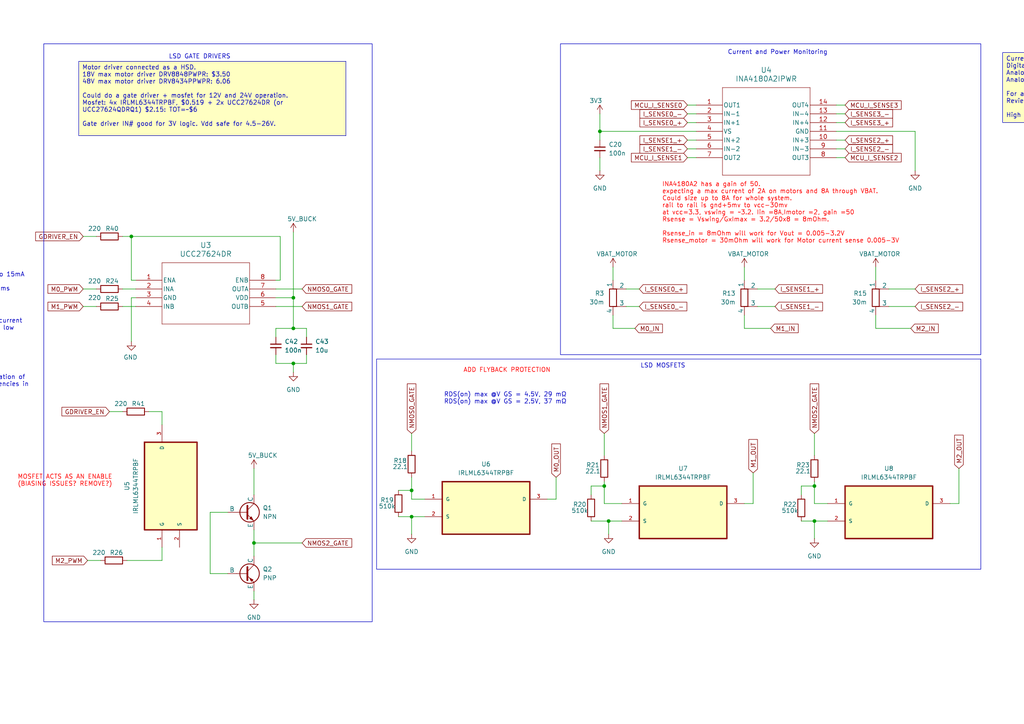
<source format=kicad_sch>
(kicad_sch
	(version 20231120)
	(generator "eeschema")
	(generator_version "8.0")
	(uuid "a5a3652a-e83f-4f95-a277-dcae6f36b660")
	(paper "A4")
	(lib_symbols
		(symbol "Device:C_Small"
			(pin_numbers hide)
			(pin_names
				(offset 0.254) hide)
			(exclude_from_sim no)
			(in_bom yes)
			(on_board yes)
			(property "Reference" "C"
				(at 0.254 1.778 0)
				(effects
					(font
						(size 1.27 1.27)
					)
					(justify left)
				)
			)
			(property "Value" "C_Small"
				(at 0.254 -2.032 0)
				(effects
					(font
						(size 1.27 1.27)
					)
					(justify left)
				)
			)
			(property "Footprint" ""
				(at 0 0 0)
				(effects
					(font
						(size 1.27 1.27)
					)
					(hide yes)
				)
			)
			(property "Datasheet" "~"
				(at 0 0 0)
				(effects
					(font
						(size 1.27 1.27)
					)
					(hide yes)
				)
			)
			(property "Description" "Unpolarized capacitor, small symbol"
				(at 0 0 0)
				(effects
					(font
						(size 1.27 1.27)
					)
					(hide yes)
				)
			)
			(property "ki_keywords" "capacitor cap"
				(at 0 0 0)
				(effects
					(font
						(size 1.27 1.27)
					)
					(hide yes)
				)
			)
			(property "ki_fp_filters" "C_*"
				(at 0 0 0)
				(effects
					(font
						(size 1.27 1.27)
					)
					(hide yes)
				)
			)
			(symbol "C_Small_0_1"
				(polyline
					(pts
						(xy -1.524 -0.508) (xy 1.524 -0.508)
					)
					(stroke
						(width 0.3302)
						(type default)
					)
					(fill
						(type none)
					)
				)
				(polyline
					(pts
						(xy -1.524 0.508) (xy 1.524 0.508)
					)
					(stroke
						(width 0.3048)
						(type default)
					)
					(fill
						(type none)
					)
				)
			)
			(symbol "C_Small_1_1"
				(pin passive line
					(at 0 2.54 270)
					(length 2.032)
					(name "~"
						(effects
							(font
								(size 1.27 1.27)
							)
						)
					)
					(number "1"
						(effects
							(font
								(size 1.27 1.27)
							)
						)
					)
				)
				(pin passive line
					(at 0 -2.54 90)
					(length 2.032)
					(name "~"
						(effects
							(font
								(size 1.27 1.27)
							)
						)
					)
					(number "2"
						(effects
							(font
								(size 1.27 1.27)
							)
						)
					)
				)
			)
		)
		(symbol "Device:R"
			(pin_numbers hide)
			(pin_names
				(offset 0)
			)
			(exclude_from_sim no)
			(in_bom yes)
			(on_board yes)
			(property "Reference" "R"
				(at 2.032 0 90)
				(effects
					(font
						(size 1.27 1.27)
					)
				)
			)
			(property "Value" "R"
				(at 0 0 90)
				(effects
					(font
						(size 1.27 1.27)
					)
				)
			)
			(property "Footprint" ""
				(at -1.778 0 90)
				(effects
					(font
						(size 1.27 1.27)
					)
					(hide yes)
				)
			)
			(property "Datasheet" "~"
				(at 0 0 0)
				(effects
					(font
						(size 1.27 1.27)
					)
					(hide yes)
				)
			)
			(property "Description" "Resistor"
				(at 0 0 0)
				(effects
					(font
						(size 1.27 1.27)
					)
					(hide yes)
				)
			)
			(property "ki_keywords" "R res resistor"
				(at 0 0 0)
				(effects
					(font
						(size 1.27 1.27)
					)
					(hide yes)
				)
			)
			(property "ki_fp_filters" "R_*"
				(at 0 0 0)
				(effects
					(font
						(size 1.27 1.27)
					)
					(hide yes)
				)
			)
			(symbol "R_0_1"
				(rectangle
					(start -1.016 -2.54)
					(end 1.016 2.54)
					(stroke
						(width 0.254)
						(type default)
					)
					(fill
						(type none)
					)
				)
			)
			(symbol "R_1_1"
				(pin passive line
					(at 0 3.81 270)
					(length 1.27)
					(name "~"
						(effects
							(font
								(size 1.27 1.27)
							)
						)
					)
					(number "1"
						(effects
							(font
								(size 1.27 1.27)
							)
						)
					)
				)
				(pin passive line
					(at 0 -3.81 90)
					(length 1.27)
					(name "~"
						(effects
							(font
								(size 1.27 1.27)
							)
						)
					)
					(number "2"
						(effects
							(font
								(size 1.27 1.27)
							)
						)
					)
				)
			)
		)
		(symbol "Device:R_Shunt"
			(pin_numbers hide)
			(pin_names
				(offset 0)
			)
			(exclude_from_sim no)
			(in_bom yes)
			(on_board yes)
			(property "Reference" "R"
				(at -4.445 0 90)
				(effects
					(font
						(size 1.27 1.27)
					)
				)
			)
			(property "Value" "R_Shunt"
				(at -2.54 0 90)
				(effects
					(font
						(size 1.27 1.27)
					)
				)
			)
			(property "Footprint" ""
				(at -1.778 0 90)
				(effects
					(font
						(size 1.27 1.27)
					)
					(hide yes)
				)
			)
			(property "Datasheet" "~"
				(at 0 0 0)
				(effects
					(font
						(size 1.27 1.27)
					)
					(hide yes)
				)
			)
			(property "Description" "Shunt resistor"
				(at 0 0 0)
				(effects
					(font
						(size 1.27 1.27)
					)
					(hide yes)
				)
			)
			(property "ki_keywords" "R res shunt resistor"
				(at 0 0 0)
				(effects
					(font
						(size 1.27 1.27)
					)
					(hide yes)
				)
			)
			(property "ki_fp_filters" "R_*Shunt*"
				(at 0 0 0)
				(effects
					(font
						(size 1.27 1.27)
					)
					(hide yes)
				)
			)
			(symbol "R_Shunt_0_1"
				(rectangle
					(start -1.016 -2.54)
					(end 1.016 2.54)
					(stroke
						(width 0.254)
						(type default)
					)
					(fill
						(type none)
					)
				)
				(polyline
					(pts
						(xy 0 -2.54) (xy 1.27 -2.54)
					)
					(stroke
						(width 0)
						(type default)
					)
					(fill
						(type none)
					)
				)
				(polyline
					(pts
						(xy 1.27 2.54) (xy 0 2.54)
					)
					(stroke
						(width 0)
						(type default)
					)
					(fill
						(type none)
					)
				)
			)
			(symbol "R_Shunt_1_1"
				(pin passive line
					(at 0 5.08 270)
					(length 2.54)
					(name "1"
						(effects
							(font
								(size 1.27 1.27)
							)
						)
					)
					(number "1"
						(effects
							(font
								(size 1.27 1.27)
							)
						)
					)
				)
				(pin passive line
					(at 3.81 2.54 180)
					(length 2.54)
					(name "2"
						(effects
							(font
								(size 1.27 1.27)
							)
						)
					)
					(number "2"
						(effects
							(font
								(size 1.27 1.27)
							)
						)
					)
				)
				(pin passive line
					(at 3.81 -2.54 180)
					(length 2.54)
					(name "3"
						(effects
							(font
								(size 1.27 1.27)
							)
						)
					)
					(number "3"
						(effects
							(font
								(size 1.27 1.27)
							)
						)
					)
				)
				(pin passive line
					(at 0 -5.08 90)
					(length 2.54)
					(name "4"
						(effects
							(font
								(size 1.27 1.27)
							)
						)
					)
					(number "4"
						(effects
							(font
								(size 1.27 1.27)
							)
						)
					)
				)
			)
		)
		(symbol "INA4180A21PWR:INA4180A2IPWR"
			(pin_names
				(offset 0.254)
			)
			(exclude_from_sim no)
			(in_bom yes)
			(on_board yes)
			(property "Reference" "U"
				(at 20.32 10.16 0)
				(effects
					(font
						(size 1.524 1.524)
					)
				)
			)
			(property "Value" "INA4180A2IPWR"
				(at 20.32 7.62 0)
				(effects
					(font
						(size 1.524 1.524)
					)
				)
			)
			(property "Footprint" "PW14_TEX"
				(at 0 0 0)
				(effects
					(font
						(size 1.27 1.27)
						(italic yes)
					)
					(hide yes)
				)
			)
			(property "Datasheet" "INA4180A2IPWR"
				(at 0 0 0)
				(effects
					(font
						(size 1.27 1.27)
						(italic yes)
					)
					(hide yes)
				)
			)
			(property "Description" ""
				(at 0 0 0)
				(effects
					(font
						(size 1.27 1.27)
					)
					(hide yes)
				)
			)
			(property "ki_locked" ""
				(at 0 0 0)
				(effects
					(font
						(size 1.27 1.27)
					)
				)
			)
			(property "ki_keywords" "INA4180A2IPWR"
				(at 0 0 0)
				(effects
					(font
						(size 1.27 1.27)
					)
					(hide yes)
				)
			)
			(property "ki_fp_filters" "PW14_TEX PW14_TEX-M PW14_TEX-L"
				(at 0 0 0)
				(effects
					(font
						(size 1.27 1.27)
					)
					(hide yes)
				)
			)
			(symbol "INA4180A2IPWR_0_1"
				(polyline
					(pts
						(xy 7.62 -20.32) (xy 33.02 -20.32)
					)
					(stroke
						(width 0.127)
						(type default)
					)
					(fill
						(type none)
					)
				)
				(polyline
					(pts
						(xy 7.62 5.08) (xy 7.62 -20.32)
					)
					(stroke
						(width 0.127)
						(type default)
					)
					(fill
						(type none)
					)
				)
				(polyline
					(pts
						(xy 33.02 -20.32) (xy 33.02 5.08)
					)
					(stroke
						(width 0.127)
						(type default)
					)
					(fill
						(type none)
					)
				)
				(polyline
					(pts
						(xy 33.02 5.08) (xy 7.62 5.08)
					)
					(stroke
						(width 0.127)
						(type default)
					)
					(fill
						(type none)
					)
				)
				(pin output line
					(at 0 0 0)
					(length 7.62)
					(name "OUT1"
						(effects
							(font
								(size 1.27 1.27)
							)
						)
					)
					(number "1"
						(effects
							(font
								(size 1.27 1.27)
							)
						)
					)
				)
				(pin input line
					(at 40.64 -10.16 180)
					(length 7.62)
					(name "IN+3"
						(effects
							(font
								(size 1.27 1.27)
							)
						)
					)
					(number "10"
						(effects
							(font
								(size 1.27 1.27)
							)
						)
					)
				)
				(pin power_in line
					(at 40.64 -7.62 180)
					(length 7.62)
					(name "GND"
						(effects
							(font
								(size 1.27 1.27)
							)
						)
					)
					(number "11"
						(effects
							(font
								(size 1.27 1.27)
							)
						)
					)
				)
				(pin input line
					(at 40.64 -5.08 180)
					(length 7.62)
					(name "IN+4"
						(effects
							(font
								(size 1.27 1.27)
							)
						)
					)
					(number "12"
						(effects
							(font
								(size 1.27 1.27)
							)
						)
					)
				)
				(pin input line
					(at 40.64 -2.54 180)
					(length 7.62)
					(name "IN-4"
						(effects
							(font
								(size 1.27 1.27)
							)
						)
					)
					(number "13"
						(effects
							(font
								(size 1.27 1.27)
							)
						)
					)
				)
				(pin output line
					(at 40.64 0 180)
					(length 7.62)
					(name "OUT4"
						(effects
							(font
								(size 1.27 1.27)
							)
						)
					)
					(number "14"
						(effects
							(font
								(size 1.27 1.27)
							)
						)
					)
				)
				(pin input line
					(at 0 -2.54 0)
					(length 7.62)
					(name "IN-1"
						(effects
							(font
								(size 1.27 1.27)
							)
						)
					)
					(number "2"
						(effects
							(font
								(size 1.27 1.27)
							)
						)
					)
				)
				(pin input line
					(at 0 -5.08 0)
					(length 7.62)
					(name "IN+1"
						(effects
							(font
								(size 1.27 1.27)
							)
						)
					)
					(number "3"
						(effects
							(font
								(size 1.27 1.27)
							)
						)
					)
				)
				(pin power_in line
					(at 0 -7.62 0)
					(length 7.62)
					(name "VS"
						(effects
							(font
								(size 1.27 1.27)
							)
						)
					)
					(number "4"
						(effects
							(font
								(size 1.27 1.27)
							)
						)
					)
				)
				(pin input line
					(at 0 -10.16 0)
					(length 7.62)
					(name "IN+2"
						(effects
							(font
								(size 1.27 1.27)
							)
						)
					)
					(number "5"
						(effects
							(font
								(size 1.27 1.27)
							)
						)
					)
				)
				(pin input line
					(at 0 -12.7 0)
					(length 7.62)
					(name "IN-2"
						(effects
							(font
								(size 1.27 1.27)
							)
						)
					)
					(number "6"
						(effects
							(font
								(size 1.27 1.27)
							)
						)
					)
				)
				(pin output line
					(at 0 -15.24 0)
					(length 7.62)
					(name "OUT2"
						(effects
							(font
								(size 1.27 1.27)
							)
						)
					)
					(number "7"
						(effects
							(font
								(size 1.27 1.27)
							)
						)
					)
				)
				(pin output line
					(at 40.64 -15.24 180)
					(length 7.62)
					(name "OUT3"
						(effects
							(font
								(size 1.27 1.27)
							)
						)
					)
					(number "8"
						(effects
							(font
								(size 1.27 1.27)
							)
						)
					)
				)
				(pin input line
					(at 40.64 -12.7 180)
					(length 7.62)
					(name "IN-3"
						(effects
							(font
								(size 1.27 1.27)
							)
						)
					)
					(number "9"
						(effects
							(font
								(size 1.27 1.27)
							)
						)
					)
				)
			)
		)
		(symbol "IRLML6344TRPBF:IRLML6344TRPBF"
			(pin_names
				(offset 1.016)
			)
			(exclude_from_sim no)
			(in_bom yes)
			(on_board yes)
			(property "Reference" "U"
				(at -4.7032 7.4998 0)
				(effects
					(font
						(size 1.27 1.27)
					)
					(justify left bottom)
				)
			)
			(property "Value" "IRLML6344TRPBF"
				(at -3.8929 -14.6556 0)
				(effects
					(font
						(size 1.27 1.27)
					)
					(justify left bottom)
				)
			)
			(property "Footprint" "IRLML6344TRPBF:SOT95P240X112-3N"
				(at 0 0 0)
				(effects
					(font
						(size 1.27 1.27)
					)
					(justify bottom)
					(hide yes)
				)
			)
			(property "Datasheet" ""
				(at 0 0 0)
				(effects
					(font
						(size 1.27 1.27)
					)
					(hide yes)
				)
			)
			(property "Description" ""
				(at 0 0 0)
				(effects
					(font
						(size 1.27 1.27)
					)
					(hide yes)
				)
			)
			(property "MPN" "IRLML6344TRPBF"
				(at 0 0 0)
				(effects
					(font
						(size 1.27 1.27)
					)
					(justify bottom)
					(hide yes)
				)
			)
			(property "OC_FARNELL" "1857299"
				(at 0 0 0)
				(effects
					(font
						(size 1.27 1.27)
					)
					(justify bottom)
					(hide yes)
				)
			)
			(property "OC_NEWARK" "25T5501"
				(at 0 0 0)
				(effects
					(font
						(size 1.27 1.27)
					)
					(justify bottom)
					(hide yes)
				)
			)
			(property "SUPPLIER" "INTERNATIONAL RECTIFIER"
				(at 0 0 0)
				(effects
					(font
						(size 1.27 1.27)
					)
					(justify bottom)
					(hide yes)
				)
			)
			(property "PACKAGE" "SOT-23-3"
				(at 0 0 0)
				(effects
					(font
						(size 1.27 1.27)
					)
					(justify bottom)
					(hide yes)
				)
			)
			(symbol "IRLML6344TRPBF_0_0"
				(rectangle
					(start -12.7 -10.16)
					(end 12.7 5.08)
					(stroke
						(width 0.4064)
						(type default)
					)
					(fill
						(type background)
					)
				)
				(pin input line
					(at -17.78 0 0)
					(length 5.08)
					(name "G"
						(effects
							(font
								(size 1.016 1.016)
							)
						)
					)
					(number "1"
						(effects
							(font
								(size 1.016 1.016)
							)
						)
					)
				)
				(pin passive line
					(at -17.78 -5.08 0)
					(length 5.08)
					(name "S"
						(effects
							(font
								(size 1.016 1.016)
							)
						)
					)
					(number "2"
						(effects
							(font
								(size 1.016 1.016)
							)
						)
					)
				)
				(pin output line
					(at 17.78 0 180)
					(length 5.08)
					(name "D"
						(effects
							(font
								(size 1.016 1.016)
							)
						)
					)
					(number "3"
						(effects
							(font
								(size 1.016 1.016)
							)
						)
					)
				)
			)
		)
		(symbol "Simulation_SPICE:NPN"
			(pin_numbers hide)
			(pin_names
				(offset 0)
			)
			(exclude_from_sim no)
			(in_bom yes)
			(on_board yes)
			(property "Reference" "Q"
				(at -2.54 7.62 0)
				(effects
					(font
						(size 1.27 1.27)
					)
				)
			)
			(property "Value" "NPN"
				(at -2.54 5.08 0)
				(effects
					(font
						(size 1.27 1.27)
					)
				)
			)
			(property "Footprint" ""
				(at 63.5 0 0)
				(effects
					(font
						(size 1.27 1.27)
					)
					(hide yes)
				)
			)
			(property "Datasheet" "https://ngspice.sourceforge.io/docs/ngspice-html-manual/manual.xhtml#cha_BJTs"
				(at 63.5 0 0)
				(effects
					(font
						(size 1.27 1.27)
					)
					(hide yes)
				)
			)
			(property "Description" "Bipolar transistor symbol for simulation only, substrate tied to the emitter"
				(at 0 0 0)
				(effects
					(font
						(size 1.27 1.27)
					)
					(hide yes)
				)
			)
			(property "Sim.Device" "NPN"
				(at 0 0 0)
				(effects
					(font
						(size 1.27 1.27)
					)
					(hide yes)
				)
			)
			(property "Sim.Type" "GUMMELPOON"
				(at 0 0 0)
				(effects
					(font
						(size 1.27 1.27)
					)
					(hide yes)
				)
			)
			(property "Sim.Pins" "1=C 2=B 3=E"
				(at 0 0 0)
				(effects
					(font
						(size 1.27 1.27)
					)
					(hide yes)
				)
			)
			(property "ki_keywords" "simulation"
				(at 0 0 0)
				(effects
					(font
						(size 1.27 1.27)
					)
					(hide yes)
				)
			)
			(symbol "NPN_0_1"
				(polyline
					(pts
						(xy -2.54 0) (xy 0.635 0)
					)
					(stroke
						(width 0.1524)
						(type default)
					)
					(fill
						(type none)
					)
				)
				(polyline
					(pts
						(xy 0.635 0.635) (xy 2.54 2.54)
					)
					(stroke
						(width 0)
						(type default)
					)
					(fill
						(type none)
					)
				)
				(polyline
					(pts
						(xy 2.794 -1.27) (xy 2.794 -1.27)
					)
					(stroke
						(width 0.1524)
						(type default)
					)
					(fill
						(type none)
					)
				)
				(polyline
					(pts
						(xy 2.794 -1.27) (xy 2.794 -1.27)
					)
					(stroke
						(width 0.1524)
						(type default)
					)
					(fill
						(type none)
					)
				)
				(polyline
					(pts
						(xy 0.635 -0.635) (xy 2.54 -2.54) (xy 2.54 -2.54)
					)
					(stroke
						(width 0)
						(type default)
					)
					(fill
						(type none)
					)
				)
				(polyline
					(pts
						(xy 0.635 1.905) (xy 0.635 -1.905) (xy 0.635 -1.905)
					)
					(stroke
						(width 0.508)
						(type default)
					)
					(fill
						(type none)
					)
				)
				(polyline
					(pts
						(xy 1.27 -1.778) (xy 1.778 -1.27) (xy 2.286 -2.286) (xy 1.27 -1.778) (xy 1.27 -1.778)
					)
					(stroke
						(width 0)
						(type default)
					)
					(fill
						(type outline)
					)
				)
				(circle
					(center 1.27 0)
					(radius 2.8194)
					(stroke
						(width 0.254)
						(type default)
					)
					(fill
						(type none)
					)
				)
			)
			(symbol "NPN_1_1"
				(pin open_collector line
					(at 2.54 5.08 270)
					(length 2.54)
					(name "C"
						(effects
							(font
								(size 1.27 1.27)
							)
						)
					)
					(number "1"
						(effects
							(font
								(size 1.27 1.27)
							)
						)
					)
				)
				(pin input line
					(at -5.08 0 0)
					(length 2.54)
					(name "B"
						(effects
							(font
								(size 1.27 1.27)
							)
						)
					)
					(number "2"
						(effects
							(font
								(size 1.27 1.27)
							)
						)
					)
				)
				(pin open_emitter line
					(at 2.54 -5.08 90)
					(length 2.54)
					(name "E"
						(effects
							(font
								(size 1.27 1.27)
							)
						)
					)
					(number "3"
						(effects
							(font
								(size 1.27 1.27)
							)
						)
					)
				)
			)
		)
		(symbol "Simulation_SPICE:PNP"
			(pin_numbers hide)
			(pin_names
				(offset 0)
			)
			(exclude_from_sim no)
			(in_bom yes)
			(on_board yes)
			(property "Reference" "Q"
				(at -2.54 7.62 0)
				(effects
					(font
						(size 1.27 1.27)
					)
				)
			)
			(property "Value" "PNP"
				(at -2.54 5.08 0)
				(effects
					(font
						(size 1.27 1.27)
					)
				)
			)
			(property "Footprint" ""
				(at 35.56 0 0)
				(effects
					(font
						(size 1.27 1.27)
					)
					(hide yes)
				)
			)
			(property "Datasheet" "https://ngspice.sourceforge.io/docs/ngspice-html-manual/manual.xhtml#cha_BJTs"
				(at 35.56 0 0)
				(effects
					(font
						(size 1.27 1.27)
					)
					(hide yes)
				)
			)
			(property "Description" "Bipolar transistor symbol for simulation only, substrate tied to the emitter"
				(at 0 0 0)
				(effects
					(font
						(size 1.27 1.27)
					)
					(hide yes)
				)
			)
			(property "Sim.Device" "PNP"
				(at 0 0 0)
				(effects
					(font
						(size 1.27 1.27)
					)
					(hide yes)
				)
			)
			(property "Sim.Type" "GUMMELPOON"
				(at 0 0 0)
				(effects
					(font
						(size 1.27 1.27)
					)
					(hide yes)
				)
			)
			(property "Sim.Pins" "1=C 2=B 3=E"
				(at 0 0 0)
				(effects
					(font
						(size 1.27 1.27)
					)
					(hide yes)
				)
			)
			(property "ki_keywords" "simulation"
				(at 0 0 0)
				(effects
					(font
						(size 1.27 1.27)
					)
					(hide yes)
				)
			)
			(symbol "PNP_0_1"
				(polyline
					(pts
						(xy -2.54 0) (xy 0.635 0)
					)
					(stroke
						(width 0.1524)
						(type default)
					)
					(fill
						(type none)
					)
				)
				(polyline
					(pts
						(xy 0.635 0.635) (xy 2.54 2.54)
					)
					(stroke
						(width 0)
						(type default)
					)
					(fill
						(type none)
					)
				)
				(polyline
					(pts
						(xy 0.635 -0.635) (xy 2.54 -2.54) (xy 2.54 -2.54)
					)
					(stroke
						(width 0)
						(type default)
					)
					(fill
						(type none)
					)
				)
				(polyline
					(pts
						(xy 0.635 1.905) (xy 0.635 -1.905) (xy 0.635 -1.905)
					)
					(stroke
						(width 0.508)
						(type default)
					)
					(fill
						(type none)
					)
				)
				(polyline
					(pts
						(xy 2.286 -1.778) (xy 1.778 -2.286) (xy 1.27 -1.27) (xy 2.286 -1.778) (xy 2.286 -1.778)
					)
					(stroke
						(width 0)
						(type default)
					)
					(fill
						(type outline)
					)
				)
				(circle
					(center 1.27 0)
					(radius 2.8194)
					(stroke
						(width 0.254)
						(type default)
					)
					(fill
						(type none)
					)
				)
			)
			(symbol "PNP_1_1"
				(pin open_collector line
					(at 2.54 5.08 270)
					(length 2.54)
					(name "C"
						(effects
							(font
								(size 1.27 1.27)
							)
						)
					)
					(number "1"
						(effects
							(font
								(size 1.27 1.27)
							)
						)
					)
				)
				(pin input line
					(at -5.08 0 0)
					(length 2.54)
					(name "B"
						(effects
							(font
								(size 1.27 1.27)
							)
						)
					)
					(number "2"
						(effects
							(font
								(size 1.27 1.27)
							)
						)
					)
				)
				(pin open_emitter line
					(at 2.54 -5.08 90)
					(length 2.54)
					(name "E"
						(effects
							(font
								(size 1.27 1.27)
							)
						)
					)
					(number "3"
						(effects
							(font
								(size 1.27 1.27)
							)
						)
					)
				)
			)
		)
		(symbol "UCC27624DR:UCC27624DR"
			(pin_names
				(offset 0.254)
			)
			(exclude_from_sim no)
			(in_bom yes)
			(on_board yes)
			(property "Reference" "U"
				(at 20.32 10.16 0)
				(effects
					(font
						(size 1.524 1.524)
					)
				)
			)
			(property "Value" "UCC27624DR"
				(at 20.32 7.62 0)
				(effects
					(font
						(size 1.524 1.524)
					)
				)
			)
			(property "Footprint" "SOIC_D0008A_TEX"
				(at 0 0 0)
				(effects
					(font
						(size 1.27 1.27)
						(italic yes)
					)
					(hide yes)
				)
			)
			(property "Datasheet" "UCC27624DR"
				(at 0 0 0)
				(effects
					(font
						(size 1.27 1.27)
						(italic yes)
					)
					(hide yes)
				)
			)
			(property "Description" ""
				(at 0 0 0)
				(effects
					(font
						(size 1.27 1.27)
					)
					(hide yes)
				)
			)
			(property "ki_locked" ""
				(at 0 0 0)
				(effects
					(font
						(size 1.27 1.27)
					)
				)
			)
			(property "ki_keywords" "UCC27624DR"
				(at 0 0 0)
				(effects
					(font
						(size 1.27 1.27)
					)
					(hide yes)
				)
			)
			(property "ki_fp_filters" "SOIC_D0008A_TEX SOIC_D0008A_TEX-M SOIC_D0008A_TEX-L"
				(at 0 0 0)
				(effects
					(font
						(size 1.27 1.27)
					)
					(hide yes)
				)
			)
			(symbol "UCC27624DR_0_1"
				(polyline
					(pts
						(xy 7.62 -12.7) (xy 33.02 -12.7)
					)
					(stroke
						(width 0.127)
						(type default)
					)
					(fill
						(type none)
					)
				)
				(polyline
					(pts
						(xy 7.62 5.08) (xy 7.62 -12.7)
					)
					(stroke
						(width 0.127)
						(type default)
					)
					(fill
						(type none)
					)
				)
				(polyline
					(pts
						(xy 33.02 -12.7) (xy 33.02 5.08)
					)
					(stroke
						(width 0.127)
						(type default)
					)
					(fill
						(type none)
					)
				)
				(polyline
					(pts
						(xy 33.02 5.08) (xy 7.62 5.08)
					)
					(stroke
						(width 0.127)
						(type default)
					)
					(fill
						(type none)
					)
				)
				(pin input line
					(at 0 0 0)
					(length 7.62)
					(name "ENA"
						(effects
							(font
								(size 1.27 1.27)
							)
						)
					)
					(number "1"
						(effects
							(font
								(size 1.27 1.27)
							)
						)
					)
				)
				(pin input line
					(at 0 -2.54 0)
					(length 7.62)
					(name "INA"
						(effects
							(font
								(size 1.27 1.27)
							)
						)
					)
					(number "2"
						(effects
							(font
								(size 1.27 1.27)
							)
						)
					)
				)
				(pin power_out line
					(at 0 -5.08 0)
					(length 7.62)
					(name "GND"
						(effects
							(font
								(size 1.27 1.27)
							)
						)
					)
					(number "3"
						(effects
							(font
								(size 1.27 1.27)
							)
						)
					)
				)
				(pin input line
					(at 0 -7.62 0)
					(length 7.62)
					(name "INB"
						(effects
							(font
								(size 1.27 1.27)
							)
						)
					)
					(number "4"
						(effects
							(font
								(size 1.27 1.27)
							)
						)
					)
				)
				(pin output line
					(at 40.64 -7.62 180)
					(length 7.62)
					(name "OUTB"
						(effects
							(font
								(size 1.27 1.27)
							)
						)
					)
					(number "5"
						(effects
							(font
								(size 1.27 1.27)
							)
						)
					)
				)
				(pin input line
					(at 40.64 -5.08 180)
					(length 7.62)
					(name "VDD"
						(effects
							(font
								(size 1.27 1.27)
							)
						)
					)
					(number "6"
						(effects
							(font
								(size 1.27 1.27)
							)
						)
					)
				)
				(pin output line
					(at 40.64 -2.54 180)
					(length 7.62)
					(name "OUTA"
						(effects
							(font
								(size 1.27 1.27)
							)
						)
					)
					(number "7"
						(effects
							(font
								(size 1.27 1.27)
							)
						)
					)
				)
				(pin input line
					(at 40.64 0 180)
					(length 7.62)
					(name "ENB"
						(effects
							(font
								(size 1.27 1.27)
							)
						)
					)
					(number "8"
						(effects
							(font
								(size 1.27 1.27)
							)
						)
					)
				)
			)
		)
		(symbol "power:+3.3V"
			(power)
			(pin_names
				(offset 0)
			)
			(exclude_from_sim no)
			(in_bom yes)
			(on_board yes)
			(property "Reference" "#PWR"
				(at 0 -3.81 0)
				(effects
					(font
						(size 1.27 1.27)
					)
					(hide yes)
				)
			)
			(property "Value" "+3.3V"
				(at 0 3.556 0)
				(effects
					(font
						(size 1.27 1.27)
					)
				)
			)
			(property "Footprint" ""
				(at 0 0 0)
				(effects
					(font
						(size 1.27 1.27)
					)
					(hide yes)
				)
			)
			(property "Datasheet" ""
				(at 0 0 0)
				(effects
					(font
						(size 1.27 1.27)
					)
					(hide yes)
				)
			)
			(property "Description" "Power symbol creates a global label with name \"+3.3V\""
				(at 0 0 0)
				(effects
					(font
						(size 1.27 1.27)
					)
					(hide yes)
				)
			)
			(property "ki_keywords" "global power"
				(at 0 0 0)
				(effects
					(font
						(size 1.27 1.27)
					)
					(hide yes)
				)
			)
			(symbol "+3.3V_0_1"
				(polyline
					(pts
						(xy -0.762 1.27) (xy 0 2.54)
					)
					(stroke
						(width 0)
						(type default)
					)
					(fill
						(type none)
					)
				)
				(polyline
					(pts
						(xy 0 0) (xy 0 2.54)
					)
					(stroke
						(width 0)
						(type default)
					)
					(fill
						(type none)
					)
				)
				(polyline
					(pts
						(xy 0 2.54) (xy 0.762 1.27)
					)
					(stroke
						(width 0)
						(type default)
					)
					(fill
						(type none)
					)
				)
			)
			(symbol "+3.3V_1_1"
				(pin power_in line
					(at 0 0 90)
					(length 0) hide
					(name "+3.3V"
						(effects
							(font
								(size 1.27 1.27)
							)
						)
					)
					(number "1"
						(effects
							(font
								(size 1.27 1.27)
							)
						)
					)
				)
			)
		)
		(symbol "power:GND"
			(power)
			(pin_numbers hide)
			(pin_names
				(offset 0) hide)
			(exclude_from_sim no)
			(in_bom yes)
			(on_board yes)
			(property "Reference" "#PWR"
				(at 0 -6.35 0)
				(effects
					(font
						(size 1.27 1.27)
					)
					(hide yes)
				)
			)
			(property "Value" "GND"
				(at 0 -3.81 0)
				(effects
					(font
						(size 1.27 1.27)
					)
				)
			)
			(property "Footprint" ""
				(at 0 0 0)
				(effects
					(font
						(size 1.27 1.27)
					)
					(hide yes)
				)
			)
			(property "Datasheet" ""
				(at 0 0 0)
				(effects
					(font
						(size 1.27 1.27)
					)
					(hide yes)
				)
			)
			(property "Description" "Power symbol creates a global label with name \"GND\" , ground"
				(at 0 0 0)
				(effects
					(font
						(size 1.27 1.27)
					)
					(hide yes)
				)
			)
			(property "ki_keywords" "global power"
				(at 0 0 0)
				(effects
					(font
						(size 1.27 1.27)
					)
					(hide yes)
				)
			)
			(symbol "GND_0_1"
				(polyline
					(pts
						(xy 0 0) (xy 0 -1.27) (xy 1.27 -1.27) (xy 0 -2.54) (xy -1.27 -1.27) (xy 0 -1.27)
					)
					(stroke
						(width 0)
						(type default)
					)
					(fill
						(type none)
					)
				)
			)
			(symbol "GND_1_1"
				(pin power_in line
					(at 0 0 270)
					(length 0)
					(name "~"
						(effects
							(font
								(size 1.27 1.27)
							)
						)
					)
					(number "1"
						(effects
							(font
								(size 1.27 1.27)
							)
						)
					)
				)
			)
		)
		(symbol "power:VBUS"
			(power)
			(pin_names
				(offset 0)
			)
			(exclude_from_sim no)
			(in_bom yes)
			(on_board yes)
			(property "Reference" "#PWR"
				(at 0 -3.81 0)
				(effects
					(font
						(size 1.27 1.27)
					)
					(hide yes)
				)
			)
			(property "Value" "VBUS"
				(at 0 3.81 0)
				(effects
					(font
						(size 1.27 1.27)
					)
				)
			)
			(property "Footprint" ""
				(at 0 0 0)
				(effects
					(font
						(size 1.27 1.27)
					)
					(hide yes)
				)
			)
			(property "Datasheet" ""
				(at 0 0 0)
				(effects
					(font
						(size 1.27 1.27)
					)
					(hide yes)
				)
			)
			(property "Description" "Power symbol creates a global label with name \"VBUS\""
				(at 0 0 0)
				(effects
					(font
						(size 1.27 1.27)
					)
					(hide yes)
				)
			)
			(property "ki_keywords" "global power"
				(at 0 0 0)
				(effects
					(font
						(size 1.27 1.27)
					)
					(hide yes)
				)
			)
			(symbol "VBUS_0_1"
				(polyline
					(pts
						(xy -0.762 1.27) (xy 0 2.54)
					)
					(stroke
						(width 0)
						(type default)
					)
					(fill
						(type none)
					)
				)
				(polyline
					(pts
						(xy 0 0) (xy 0 2.54)
					)
					(stroke
						(width 0)
						(type default)
					)
					(fill
						(type none)
					)
				)
				(polyline
					(pts
						(xy 0 2.54) (xy 0.762 1.27)
					)
					(stroke
						(width 0)
						(type default)
					)
					(fill
						(type none)
					)
				)
			)
			(symbol "VBUS_1_1"
				(pin power_in line
					(at 0 0 90)
					(length 0) hide
					(name "VBUS"
						(effects
							(font
								(size 1.27 1.27)
							)
						)
					)
					(number "1"
						(effects
							(font
								(size 1.27 1.27)
							)
						)
					)
				)
			)
		)
	)
	(junction
		(at 85.09 105.41)
		(diameter 0)
		(color 0 0 0 0)
		(uuid "26cd4a61-b23d-402e-a5ed-7f31b752aded")
	)
	(junction
		(at 176.53 151.13)
		(diameter 0)
		(color 0 0 0 0)
		(uuid "282a4bad-8ea2-45f6-a4fe-d40df9b11648")
	)
	(junction
		(at 119.38 142.24)
		(diameter 0)
		(color 0 0 0 0)
		(uuid "2b23593f-ea3c-46c8-9bd5-3d02d94d2ae9")
	)
	(junction
		(at 38.1 68.58)
		(diameter 0)
		(color 0 0 0 0)
		(uuid "480db5a7-1dcc-4219-8238-0c3beac75419")
	)
	(junction
		(at 85.09 86.36)
		(diameter 0)
		(color 0 0 0 0)
		(uuid "51110207-d89c-4b76-9609-d8dddb101180")
	)
	(junction
		(at 236.22 140.97)
		(diameter 0)
		(color 0 0 0 0)
		(uuid "592e5cd2-598e-4052-a99e-1bb01a0b922a")
	)
	(junction
		(at 73.66 157.48)
		(diameter 0)
		(color 0 0 0 0)
		(uuid "722dda36-cdb6-4029-96f3-c3a332c2df6c")
	)
	(junction
		(at 119.38 149.86)
		(diameter 0)
		(color 0 0 0 0)
		(uuid "9c2fcad7-3ea2-436c-b602-dbf262cc612f")
	)
	(junction
		(at 173.99 38.1)
		(diameter 0)
		(color 0 0 0 0)
		(uuid "b000f114-cb5b-460f-82ee-3e6046c822b1")
	)
	(junction
		(at 85.09 95.25)
		(diameter 0)
		(color 0 0 0 0)
		(uuid "bec4ddb7-bf37-4efe-b0eb-151c1b0c7762")
	)
	(junction
		(at 175.26 140.97)
		(diameter 0)
		(color 0 0 0 0)
		(uuid "e5fba8d6-c8e9-4862-a6ad-8c8e9e633182")
	)
	(junction
		(at 236.22 151.13)
		(diameter 0)
		(color 0 0 0 0)
		(uuid "febabbe1-831e-4fe3-b05f-ec26cd713201")
	)
	(wire
		(pts
			(xy 199.39 30.48) (xy 201.93 30.48)
		)
		(stroke
			(width 0)
			(type default)
		)
		(uuid "0335bc00-453b-430b-ae1e-4229581af9f2")
	)
	(wire
		(pts
			(xy 199.39 35.56) (xy 201.93 35.56)
		)
		(stroke
			(width 0)
			(type default)
		)
		(uuid "04b5abc3-ad33-48d6-bc9e-80701ae348c8")
	)
	(wire
		(pts
			(xy 38.1 81.28) (xy 39.37 81.28)
		)
		(stroke
			(width 0)
			(type default)
		)
		(uuid "05b1df93-9c0e-4641-90bc-1266dbc04ecc")
	)
	(wire
		(pts
			(xy 242.57 43.18) (xy 245.11 43.18)
		)
		(stroke
			(width 0)
			(type default)
		)
		(uuid "065d849f-431e-4751-8d37-a1e770539296")
	)
	(wire
		(pts
			(xy 85.09 105.41) (xy 88.9 105.41)
		)
		(stroke
			(width 0)
			(type default)
		)
		(uuid "0831fd22-dfc7-4d49-bf85-0fcb0aa547c9")
	)
	(wire
		(pts
			(xy 176.53 151.13) (xy 176.53 154.94)
		)
		(stroke
			(width 0)
			(type default)
		)
		(uuid "0e3e3531-137c-4ac7-a27d-420fb3efcea7")
	)
	(wire
		(pts
			(xy 181.61 88.9) (xy 185.42 88.9)
		)
		(stroke
			(width 0)
			(type default)
		)
		(uuid "101e41b7-4a06-4234-ba82-e65978c15a1e")
	)
	(wire
		(pts
			(xy 275.59 146.05) (xy 278.13 146.05)
		)
		(stroke
			(width 0)
			(type default)
		)
		(uuid "1028f7c3-f227-4232-82b7-9a76c1b9ae58")
	)
	(wire
		(pts
			(xy 257.81 83.82) (xy 265.43 83.82)
		)
		(stroke
			(width 0)
			(type default)
		)
		(uuid "18e55015-ab62-4bf0-80d9-3ce4cdfc05d9")
	)
	(wire
		(pts
			(xy 73.66 157.48) (xy 87.63 157.48)
		)
		(stroke
			(width 0)
			(type default)
		)
		(uuid "19e35d2f-71ed-4eb6-bcf9-6f9cc7798cde")
	)
	(wire
		(pts
			(xy 199.39 43.18) (xy 201.93 43.18)
		)
		(stroke
			(width 0)
			(type default)
		)
		(uuid "1c383aec-508f-4f02-8dd8-0cdab3f816e1")
	)
	(wire
		(pts
			(xy 60.96 148.59) (xy 60.96 166.37)
		)
		(stroke
			(width 0)
			(type default)
		)
		(uuid "1ccc228a-efdf-49e5-be0d-dd8db8ff9913")
	)
	(wire
		(pts
			(xy 265.43 49.53) (xy 265.43 38.1)
		)
		(stroke
			(width 0)
			(type default)
		)
		(uuid "1e54d972-d3e3-46ee-b0d5-8d310e0a31f3")
	)
	(wire
		(pts
			(xy 80.01 88.9) (xy 87.63 88.9)
		)
		(stroke
			(width 0)
			(type default)
		)
		(uuid "22b00c4a-f697-4ff1-b1e8-45c4165f799c")
	)
	(wire
		(pts
			(xy 171.45 151.13) (xy 176.53 151.13)
		)
		(stroke
			(width 0)
			(type default)
		)
		(uuid "254256fd-63f5-49c0-9ff3-6fe16ca754a3")
	)
	(wire
		(pts
			(xy 240.03 151.13) (xy 236.22 151.13)
		)
		(stroke
			(width 0)
			(type default)
		)
		(uuid "2543d593-47d3-4a4c-92df-6e3ac138bbfb")
	)
	(wire
		(pts
			(xy 278.13 135.89) (xy 278.13 146.05)
		)
		(stroke
			(width 0)
			(type default)
		)
		(uuid "260b23e4-8053-4caa-be21-b3bf14376162")
	)
	(wire
		(pts
			(xy 85.09 105.41) (xy 85.09 107.95)
		)
		(stroke
			(width 0)
			(type default)
		)
		(uuid "284be3d0-cd98-4dd2-8446-d209d38a5236")
	)
	(wire
		(pts
			(xy 242.57 35.56) (xy 245.11 35.56)
		)
		(stroke
			(width 0)
			(type default)
		)
		(uuid "2855634b-2fcd-4039-8bff-1a710a96f1fb")
	)
	(wire
		(pts
			(xy 25.4 162.56) (xy 29.21 162.56)
		)
		(stroke
			(width 0)
			(type default)
		)
		(uuid "2d806999-2905-473e-b537-d28662a318fe")
	)
	(wire
		(pts
			(xy 88.9 95.25) (xy 85.09 95.25)
		)
		(stroke
			(width 0)
			(type default)
		)
		(uuid "30189052-4485-4570-a359-8caff4c32772")
	)
	(wire
		(pts
			(xy 115.57 142.24) (xy 119.38 142.24)
		)
		(stroke
			(width 0)
			(type default)
		)
		(uuid "33be114d-f8ec-480c-9b65-4651af2134be")
	)
	(wire
		(pts
			(xy 175.26 146.05) (xy 180.34 146.05)
		)
		(stroke
			(width 0)
			(type default)
		)
		(uuid "34489f31-37cc-4504-bcc4-03f780ca7809")
	)
	(wire
		(pts
			(xy 24.13 68.58) (xy 27.94 68.58)
		)
		(stroke
			(width 0)
			(type default)
		)
		(uuid "3524929e-fb07-4806-bcc3-e2b81017567e")
	)
	(wire
		(pts
			(xy 171.45 143.51) (xy 171.45 140.97)
		)
		(stroke
			(width 0)
			(type default)
		)
		(uuid "37811dab-98a6-4cfb-a5e0-c39e2ea99dad")
	)
	(wire
		(pts
			(xy 257.81 88.9) (xy 265.43 88.9)
		)
		(stroke
			(width 0)
			(type default)
		)
		(uuid "396fa3e2-5e60-48c2-a364-f828c0c2b110")
	)
	(wire
		(pts
			(xy 80.01 95.25) (xy 85.09 95.25)
		)
		(stroke
			(width 0)
			(type default)
		)
		(uuid "3a2c081d-86ef-495b-98c3-5f0eedfdb5cf")
	)
	(wire
		(pts
			(xy 173.99 45.72) (xy 173.99 49.53)
		)
		(stroke
			(width 0)
			(type default)
		)
		(uuid "3e120f29-2197-45c0-953a-284675e59e02")
	)
	(wire
		(pts
			(xy 85.09 86.36) (xy 85.09 95.25)
		)
		(stroke
			(width 0)
			(type default)
		)
		(uuid "4294ca1e-5e2d-48e4-842f-0614c9980800")
	)
	(wire
		(pts
			(xy 254 95.25) (xy 254 91.44)
		)
		(stroke
			(width 0)
			(type default)
		)
		(uuid "49b505fc-eae7-474e-81d4-d24cce6a2e71")
	)
	(wire
		(pts
			(xy 35.56 88.9) (xy 39.37 88.9)
		)
		(stroke
			(width 0)
			(type default)
		)
		(uuid "4a4a87b6-fc98-4157-bdc5-cb86bc99846c")
	)
	(wire
		(pts
			(xy 80.01 97.79) (xy 80.01 95.25)
		)
		(stroke
			(width 0)
			(type default)
		)
		(uuid "4a673f28-6a14-42a3-85d4-9e5858f7fa4e")
	)
	(wire
		(pts
			(xy 24.13 83.82) (xy 27.94 83.82)
		)
		(stroke
			(width 0)
			(type default)
		)
		(uuid "4d32eaca-8961-470f-9f40-f44113410a57")
	)
	(wire
		(pts
			(xy 177.8 95.25) (xy 177.8 91.44)
		)
		(stroke
			(width 0)
			(type default)
		)
		(uuid "4f7a81ca-c11e-420c-8426-478009b6a9f1")
	)
	(wire
		(pts
			(xy 123.19 149.86) (xy 119.38 149.86)
		)
		(stroke
			(width 0)
			(type default)
		)
		(uuid "52b1fcc9-ce7b-46a6-99f0-9c534d9c5052")
	)
	(wire
		(pts
			(xy 73.66 157.48) (xy 73.66 161.29)
		)
		(stroke
			(width 0)
			(type default)
		)
		(uuid "52bd5f22-a390-447c-b449-ee2dfc0edc83")
	)
	(wire
		(pts
			(xy 181.61 83.82) (xy 185.42 83.82)
		)
		(stroke
			(width 0)
			(type default)
		)
		(uuid "537abbca-61bf-4ea6-95d5-c683559d0b62")
	)
	(wire
		(pts
			(xy 119.38 144.78) (xy 123.19 144.78)
		)
		(stroke
			(width 0)
			(type default)
		)
		(uuid "554044c9-34db-4543-a8a7-d64c216da1c5")
	)
	(wire
		(pts
			(xy 46.99 162.56) (xy 36.83 162.56)
		)
		(stroke
			(width 0)
			(type default)
		)
		(uuid "59e1ca52-beca-4ff4-ac96-77e03cb3b821")
	)
	(wire
		(pts
			(xy 175.26 125.73) (xy 175.26 132.08)
		)
		(stroke
			(width 0)
			(type default)
		)
		(uuid "5a1662aa-3dce-4228-8597-49260f482b1c")
	)
	(wire
		(pts
			(xy 73.66 135.89) (xy 73.66 143.51)
		)
		(stroke
			(width 0)
			(type default)
		)
		(uuid "5b203540-e84d-404a-ad4c-55ea08145b61")
	)
	(wire
		(pts
			(xy 115.57 149.86) (xy 119.38 149.86)
		)
		(stroke
			(width 0)
			(type default)
		)
		(uuid "5bc21535-b292-47a1-ad86-ea8c39d403f8")
	)
	(wire
		(pts
			(xy 73.66 153.67) (xy 73.66 157.48)
		)
		(stroke
			(width 0)
			(type default)
		)
		(uuid "5d32f153-5cb3-4144-84f7-e65e24a8feb9")
	)
	(wire
		(pts
			(xy 232.41 151.13) (xy 236.22 151.13)
		)
		(stroke
			(width 0)
			(type default)
		)
		(uuid "5d57f580-b990-4eef-b119-00b9de390af9")
	)
	(wire
		(pts
			(xy 236.22 146.05) (xy 240.03 146.05)
		)
		(stroke
			(width 0)
			(type default)
		)
		(uuid "5e91589f-f317-454f-9ebc-30a2b836ab88")
	)
	(wire
		(pts
			(xy 215.9 146.05) (xy 218.44 146.05)
		)
		(stroke
			(width 0)
			(type default)
		)
		(uuid "5f6eb9db-452f-474b-bdc4-4cf454eae25d")
	)
	(wire
		(pts
			(xy 38.1 86.36) (xy 38.1 99.06)
		)
		(stroke
			(width 0)
			(type default)
		)
		(uuid "5fcf51bb-704b-4ddb-91fc-662e558bb2a8")
	)
	(wire
		(pts
			(xy 177.8 95.25) (xy 184.15 95.25)
		)
		(stroke
			(width 0)
			(type default)
		)
		(uuid "61885805-ffbe-4424-a88a-9db23eb0cd84")
	)
	(wire
		(pts
			(xy 236.22 151.13) (xy 236.22 156.21)
		)
		(stroke
			(width 0)
			(type default)
		)
		(uuid "65de8b86-caea-42ad-8fe6-6b8ad22eefa5")
	)
	(wire
		(pts
			(xy 215.9 95.25) (xy 215.9 91.44)
		)
		(stroke
			(width 0)
			(type default)
		)
		(uuid "69f1b9a4-bbf1-4eb4-92da-d52199e98133")
	)
	(wire
		(pts
			(xy 199.39 40.64) (xy 201.93 40.64)
		)
		(stroke
			(width 0)
			(type default)
		)
		(uuid "6a286d39-89af-4ddc-a2ec-080288abef72")
	)
	(wire
		(pts
			(xy 80.01 83.82) (xy 87.63 83.82)
		)
		(stroke
			(width 0)
			(type default)
		)
		(uuid "6bc3b668-4080-4f8e-9ca2-0a7bad8c0536")
	)
	(wire
		(pts
			(xy 199.39 33.02) (xy 201.93 33.02)
		)
		(stroke
			(width 0)
			(type default)
		)
		(uuid "6d58de8a-e24e-4b3f-aef3-3bbac618d30d")
	)
	(wire
		(pts
			(xy 254 95.25) (xy 264.16 95.25)
		)
		(stroke
			(width 0)
			(type default)
		)
		(uuid "6debdffd-f30d-4132-a407-c6319ecfaa36")
	)
	(wire
		(pts
			(xy 24.13 88.9) (xy 27.94 88.9)
		)
		(stroke
			(width 0)
			(type default)
		)
		(uuid "6e3fd285-a889-4e14-8ef2-92346c9f97bc")
	)
	(wire
		(pts
			(xy 60.96 166.37) (xy 66.04 166.37)
		)
		(stroke
			(width 0)
			(type default)
		)
		(uuid "76eeb408-8cd2-4627-852b-b71d71fa9650")
	)
	(wire
		(pts
			(xy 242.57 45.72) (xy 245.11 45.72)
		)
		(stroke
			(width 0)
			(type default)
		)
		(uuid "7b457dd5-764b-4ce1-99ee-0879fb3c78b2")
	)
	(wire
		(pts
			(xy 119.38 149.86) (xy 119.38 154.94)
		)
		(stroke
			(width 0)
			(type default)
		)
		(uuid "7bbfbcf0-61fa-4547-925c-313181cef904")
	)
	(wire
		(pts
			(xy 177.8 77.47) (xy 177.8 81.28)
		)
		(stroke
			(width 0)
			(type default)
		)
		(uuid "801e1ffc-7fe9-48b4-b7fe-a686a0cab7a6")
	)
	(wire
		(pts
			(xy 80.01 105.41) (xy 80.01 102.87)
		)
		(stroke
			(width 0)
			(type default)
		)
		(uuid "89c2f5a8-b7bc-4947-b74e-6e63d3ec7176")
	)
	(wire
		(pts
			(xy 219.71 88.9) (xy 224.79 88.9)
		)
		(stroke
			(width 0)
			(type default)
		)
		(uuid "89cd0a8e-8c69-46eb-9739-f03655d52d63")
	)
	(wire
		(pts
			(xy 232.41 140.97) (xy 236.22 140.97)
		)
		(stroke
			(width 0)
			(type default)
		)
		(uuid "8c7f2d02-7073-4a2c-908a-ea5ac3920cce")
	)
	(wire
		(pts
			(xy 88.9 97.79) (xy 88.9 95.25)
		)
		(stroke
			(width 0)
			(type default)
		)
		(uuid "90ead609-3a58-4be9-9301-0b74ba23b91f")
	)
	(wire
		(pts
			(xy 85.09 105.41) (xy 80.01 105.41)
		)
		(stroke
			(width 0)
			(type default)
		)
		(uuid "90f7b6a0-0ed6-4a70-903b-a257668b650b")
	)
	(wire
		(pts
			(xy 219.71 83.82) (xy 224.79 83.82)
		)
		(stroke
			(width 0)
			(type default)
		)
		(uuid "962fc1db-696d-4b8f-9fcc-fa910eb0df53")
	)
	(wire
		(pts
			(xy 35.56 83.82) (xy 39.37 83.82)
		)
		(stroke
			(width 0)
			(type default)
		)
		(uuid "981e610b-42e0-4390-aeb2-3372e6c39d45")
	)
	(wire
		(pts
			(xy 161.29 138.43) (xy 161.29 144.78)
		)
		(stroke
			(width 0)
			(type default)
		)
		(uuid "9bfaac25-55c3-46dc-bdb8-d0af2075bd98")
	)
	(wire
		(pts
			(xy 73.66 171.45) (xy 73.66 173.99)
		)
		(stroke
			(width 0)
			(type default)
		)
		(uuid "9ede5fe8-6558-4376-a471-ed0a8a6af094")
	)
	(wire
		(pts
			(xy 158.75 144.78) (xy 161.29 144.78)
		)
		(stroke
			(width 0)
			(type default)
		)
		(uuid "a084f479-f0a2-4acf-8a25-af6fc50ba98c")
	)
	(wire
		(pts
			(xy 218.44 137.16) (xy 218.44 146.05)
		)
		(stroke
			(width 0)
			(type default)
		)
		(uuid "a42435e8-c43b-4aee-bc37-83b2fe49ca29")
	)
	(wire
		(pts
			(xy 119.38 142.24) (xy 119.38 144.78)
		)
		(stroke
			(width 0)
			(type default)
		)
		(uuid "a82d3cd4-be33-49ba-a2b8-0d3913f86396")
	)
	(wire
		(pts
			(xy 242.57 38.1) (xy 265.43 38.1)
		)
		(stroke
			(width 0)
			(type default)
		)
		(uuid "aafa0b1c-83ea-400b-b2ce-eda31cb15204")
	)
	(wire
		(pts
			(xy 232.41 143.51) (xy 232.41 140.97)
		)
		(stroke
			(width 0)
			(type default)
		)
		(uuid "ac12457c-6dce-4f91-a106-7dae0efbd739")
	)
	(wire
		(pts
			(xy 236.22 140.97) (xy 236.22 146.05)
		)
		(stroke
			(width 0)
			(type default)
		)
		(uuid "ad0033d9-824b-4e5c-bbc3-7a70fc7c6cba")
	)
	(wire
		(pts
			(xy 173.99 38.1) (xy 173.99 40.64)
		)
		(stroke
			(width 0)
			(type default)
		)
		(uuid "b5cbed7e-3683-4f83-a383-9f50088fdc04")
	)
	(wire
		(pts
			(xy 66.04 148.59) (xy 60.96 148.59)
		)
		(stroke
			(width 0)
			(type default)
		)
		(uuid "b9b202d5-89b5-4dd3-973a-3947988a4a26")
	)
	(wire
		(pts
			(xy 43.18 119.38) (xy 46.99 119.38)
		)
		(stroke
			(width 0)
			(type default)
		)
		(uuid "ba3ecce1-348c-4bb9-b8d6-46142ce97eb2")
	)
	(wire
		(pts
			(xy 173.99 38.1) (xy 201.93 38.1)
		)
		(stroke
			(width 0)
			(type default)
		)
		(uuid "ba56ba43-8113-4213-aff6-88cb1cab0400")
	)
	(wire
		(pts
			(xy 180.34 151.13) (xy 176.53 151.13)
		)
		(stroke
			(width 0)
			(type default)
		)
		(uuid "bb0b5140-ca44-4637-81ec-541a2a765018")
	)
	(wire
		(pts
			(xy 38.1 68.58) (xy 38.1 81.28)
		)
		(stroke
			(width 0)
			(type default)
		)
		(uuid "bf8a2e2e-414f-402d-8f29-361f460e7931")
	)
	(wire
		(pts
			(xy 254 77.47) (xy 254 81.28)
		)
		(stroke
			(width 0)
			(type default)
		)
		(uuid "bfd2404d-ae81-4702-89a4-9475a3c7eb95")
	)
	(wire
		(pts
			(xy 236.22 139.7) (xy 236.22 140.97)
		)
		(stroke
			(width 0)
			(type default)
		)
		(uuid "cb1c1304-ad19-4c14-90c7-43cdbb1cb639")
	)
	(wire
		(pts
			(xy 175.26 140.97) (xy 175.26 146.05)
		)
		(stroke
			(width 0)
			(type default)
		)
		(uuid "cbb3f5cd-af3f-4c3a-84ec-af089d498efd")
	)
	(wire
		(pts
			(xy 81.28 81.28) (xy 80.01 81.28)
		)
		(stroke
			(width 0)
			(type default)
		)
		(uuid "cc2346df-74ad-4a76-a08a-d4dbfe4cf3e9")
	)
	(wire
		(pts
			(xy 81.28 81.28) (xy 81.28 68.58)
		)
		(stroke
			(width 0)
			(type default)
		)
		(uuid "cc8d2a5b-c5c1-4eb7-b022-d670fb1c5f5b")
	)
	(wire
		(pts
			(xy 85.09 86.36) (xy 80.01 86.36)
		)
		(stroke
			(width 0)
			(type default)
		)
		(uuid "ccea9e91-27e2-48b0-9270-51db461b320a")
	)
	(wire
		(pts
			(xy 242.57 40.64) (xy 245.11 40.64)
		)
		(stroke
			(width 0)
			(type default)
		)
		(uuid "cdb67015-d720-49c4-8890-cfc136891f32")
	)
	(wire
		(pts
			(xy 119.38 138.43) (xy 119.38 142.24)
		)
		(stroke
			(width 0)
			(type default)
		)
		(uuid "cdda081d-17ba-40b9-91b7-e016b575d726")
	)
	(wire
		(pts
			(xy 85.09 67.31) (xy 85.09 86.36)
		)
		(stroke
			(width 0)
			(type default)
		)
		(uuid "cecab810-ca27-4028-8b21-f4a7c06a9bcf")
	)
	(wire
		(pts
			(xy 175.26 139.7) (xy 175.26 140.97)
		)
		(stroke
			(width 0)
			(type default)
		)
		(uuid "cf9f87a6-0d43-4536-84ce-525c23f7d755")
	)
	(wire
		(pts
			(xy 35.56 68.58) (xy 38.1 68.58)
		)
		(stroke
			(width 0)
			(type default)
		)
		(uuid "d2ccfa3f-68ba-4153-8ec8-e7edf477a4ce")
	)
	(wire
		(pts
			(xy 81.28 68.58) (xy 38.1 68.58)
		)
		(stroke
			(width 0)
			(type default)
		)
		(uuid "dce77126-be29-4895-b25d-3beae012a65a")
	)
	(wire
		(pts
			(xy 242.57 30.48) (xy 245.11 30.48)
		)
		(stroke
			(width 0)
			(type default)
		)
		(uuid "de3ff265-d142-44ed-8bb5-738114eb2d58")
	)
	(wire
		(pts
			(xy 171.45 140.97) (xy 175.26 140.97)
		)
		(stroke
			(width 0)
			(type default)
		)
		(uuid "df4ef388-3f41-487a-a229-65fc93991954")
	)
	(wire
		(pts
			(xy 88.9 102.87) (xy 88.9 105.41)
		)
		(stroke
			(width 0)
			(type default)
		)
		(uuid "df680836-bde3-4521-8da8-6b9c6c24b538")
	)
	(wire
		(pts
			(xy 215.9 77.47) (xy 215.9 81.28)
		)
		(stroke
			(width 0)
			(type default)
		)
		(uuid "df9200b0-76c4-4f43-b46c-d48bd3839dd6")
	)
	(wire
		(pts
			(xy 46.99 158.75) (xy 46.99 162.56)
		)
		(stroke
			(width 0)
			(type default)
		)
		(uuid "df96c288-aac4-4c23-b5c3-b2aad271108e")
	)
	(wire
		(pts
			(xy 215.9 95.25) (xy 223.52 95.25)
		)
		(stroke
			(width 0)
			(type default)
		)
		(uuid "e11694e0-ee1b-4b65-8bbe-e0da07e9e6b0")
	)
	(wire
		(pts
			(xy 46.99 119.38) (xy 46.99 123.19)
		)
		(stroke
			(width 0)
			(type default)
		)
		(uuid "e314161c-4669-44c0-85e2-3a39ee52ce50")
	)
	(wire
		(pts
			(xy 199.39 45.72) (xy 201.93 45.72)
		)
		(stroke
			(width 0)
			(type default)
		)
		(uuid "e41681c7-02f6-4393-a607-abefe498b28d")
	)
	(wire
		(pts
			(xy 242.57 33.02) (xy 245.11 33.02)
		)
		(stroke
			(width 0)
			(type default)
		)
		(uuid "e6024a9f-c812-404b-8c51-e5aa2d6a4304")
	)
	(wire
		(pts
			(xy 173.99 33.02) (xy 173.99 38.1)
		)
		(stroke
			(width 0)
			(type default)
		)
		(uuid "e9c51ec9-a122-4181-96f9-1b9f7487d22a")
	)
	(wire
		(pts
			(xy 31.75 119.38) (xy 35.56 119.38)
		)
		(stroke
			(width 0)
			(type default)
		)
		(uuid "f34c0c21-5cd7-4b61-8947-bbf36df58b33")
	)
	(wire
		(pts
			(xy 39.37 86.36) (xy 38.1 86.36)
		)
		(stroke
			(width 0)
			(type default)
		)
		(uuid "f42a49c1-7a99-4621-82dd-57f9139c895f")
	)
	(wire
		(pts
			(xy 119.38 125.73) (xy 119.38 130.81)
		)
		(stroke
			(width 0)
			(type default)
		)
		(uuid "f74ff703-f770-4ed2-981f-3eac691a7b45")
	)
	(wire
		(pts
			(xy 236.22 125.73) (xy 236.22 132.08)
		)
		(stroke
			(width 0)
			(type default)
		)
		(uuid "fb816da9-0cf4-4612-8ac5-baf3f109ac77")
	)
	(rectangle
		(start 162.56 12.7)
		(end 284.48 102.87)
		(stroke
			(width 0)
			(type default)
		)
		(fill
			(type none)
		)
		(uuid bd74a853-a895-43c7-a772-f4d588f4d7cc)
	)
	(rectangle
		(start 12.7 12.7)
		(end 107.95 180.34)
		(stroke
			(width 0)
			(type default)
		)
		(fill
			(type none)
		)
		(uuid c2515ddc-3dd7-4064-967d-06295c91a0c7)
	)
	(rectangle
		(start 109.22 104.14)
		(end 284.48 165.1)
		(stroke
			(width 0)
			(type default)
		)
		(fill
			(type none)
		)
		(uuid ddc898c2-ee1f-45aa-832e-ddfaa78463da)
	)
	(text_box "Current/Voltage monitoring ICs\nDigital with I2C:INA3221AIRGVR (3 CHANNEL) ~$6\nAnalog output: INA4180A2IPWR 4channel $1.5\nAnalog output: INA2180A1IDGKR 2channel $0.9\n\nFor analog option, might need to filter before micro..\nReview datasheet\n\nHigh side current sense above motor."
		(exclude_from_sim no)
		(at 290.83 15.24 0)
		(size 68.58 20.32)
		(stroke
			(width 0)
			(type default)
		)
		(fill
			(type color)
			(color 255 255 194 1)
		)
		(effects
			(font
				(size 1.27 1.27)
			)
			(justify left top)
		)
		(uuid "71619aad-2c1e-449c-abe1-b428736123ae")
	)
	(text_box "Motor driver connected as a HSD.\n18V max motor driver DRV8848PWPR: $3.50\n48V max motor driver DRV8434PPWPR: 6.06\n\nCould do a gate driver + mosfet for 12V and 24V operation.\nMosfet: 4x IRLML6344TRPBF, $0.519 + 2x UCC27624DR (or UCC27624QDRQ1) $2.15: TOT=~$6\n\nGate driver IN# good for 3V logic. Vdd safe for 4.5-26V."
		(exclude_from_sim no)
		(at 22.86 17.78 0)
		(size 77.47 21.59)
		(stroke
			(width 0)
			(type default)
		)
		(fill
			(type color)
			(color 255 255 194 1)
		)
		(effects
			(font
				(size 1.27 1.27)
			)
			(justify left top)
		)
		(uuid "c21cdfd3-d4d1-4c7b-b410-f12aafb5a7ed")
	)
	(text "LSD MOSFETS"
		(exclude_from_sim no)
		(at 192.278 106.172 0)
		(effects
			(font
				(size 1.27 1.27)
			)
		)
		(uuid "0af8a3e7-0aa5-4158-b67c-15056ec72ac8")
	)
	(text "SIZE PULL DOWNS AND CURRET LIMITING RESISTORS\ncurrent limit = 5A from gate driver\npull down should allow a RC time faster than desired pwm freq.\n\nCommunity suggests above 15KHz to remove audiable noise \nand as low as possible to reduce switching losses.\nSizing for 50KHz and can reduce speed through FW as needed.\n\nCgd + Cgs = ~700pF, V = 5V, Rgate = 22.1 (using same resistor as driver input Resistor)\nAt these values t = 1.55x10^-8. 2t gives ~32MHz. \n\nNote: Rgate = 22.1, results in ~230mA max. The drivers are rated for 5A. \nIm ignoring driver Rds_on and off since there is such large margin in time constant here.\n\nMay not need pull downs (some example schematics exclude), but I added one choosing a high value used elsewhere"
		(exclude_from_sim no)
		(at 298.958 140.208 0)
		(effects
			(font
				(size 1.27 1.27)
				(color 0 0 132 1)
			)
			(justify left)
		)
		(uuid "12321fa1-5e8b-4206-a793-8273356b1cc6")
	)
	(text "Current and Power Monitoring"
		(exclude_from_sim no)
		(at 225.552 15.24 0)
		(effects
			(font
				(size 1.27 1.27)
			)
		)
		(uuid "12cad81a-ccbc-490f-9d8d-32017da4edf4")
	)
	(text "MOSFET ACTS AS AN ENABLE\n(BIASING ISSUES? REMOVE?)"
		(exclude_from_sim no)
		(at 5.08 139.446 0)
		(effects
			(font
				(size 1.27 1.27)
				(color 255 0 0 1)
			)
			(justify left)
		)
		(uuid "57e618bb-7081-4e4b-8379-a2d3e72720fa")
	)
	(text "INA4180A2 has a gain of 50.\nexpecting a max current of 2A on motors and 8A through VBAT. \nCould size up to 8A for whole system.\nrail to rail is gnd+5mv to vcc-30mv\nat vcc=3.3, vswing = ~3.2. Iin =8A,Imotor =2, gain =50\nRsense = Vswing/GxImax = 3.2/50x8 = 8mOhm.\n\nRsense_in = 8mOhm will work for Vout = 0.005-3.2V\nRsense_motor = 30mOhm will work for Motor current sense 0.005-3V\n"
		(exclude_from_sim no)
		(at 192.024 52.832 0)
		(effects
			(font
				(size 1.27 1.27)
				(color 255 0 0 1)
			)
			(justify left top)
		)
		(uuid "8224e60c-1da2-434e-bb7c-d3628424b417")
	)
	(text "RDS(on) max @V GS = 4.5V, 29 mΩ\nRDS(on) max @V GS = 2.5V, 37 mΩ"
		(exclude_from_sim no)
		(at 146.558 115.57 0)
		(effects
			(font
				(size 1.27 1.27)
			)
		)
		(uuid "99da52c9-79f1-43c3-ae7f-537cff73406f")
	)
	(text "Current limiting resistors for micro:\nPins are rated for 25mA. Ill choose to limit to 15mA\nR = 3.3/0.015 = ~220. \nNext closest E common series value is 221ohms"
		(exclude_from_sim no)
		(at -44.958 80.772 0)
		(effects
			(font
				(size 1.27 1.27)
			)
			(justify left)
		)
		(uuid "bae1e621-1dfd-44b6-9346-75a173571936")
	)
	(text "ADD FLYBACK PROTECTION"
		(exclude_from_sim no)
		(at 134.366 107.442 0)
		(effects
			(font
				(size 1.27 1.27)
				(color 255 0 0 1)
			)
			(justify left)
		)
		(uuid "d76cfd1e-2954-4222-876f-8504ac255a8f")
	)
	(text "For the best high-speed circuit performance and to prevent noise problems because the device draws current\nfrom the VDD pin to bias all internal circuits, use two VDD bypass capacitors. Also, use surface mount, low\nESR capacitors. \n\nA 0.1-μF ceramic capacitor should be located less than 1 mm from the VDD to GND pins of\nthe gate-driver device. \n\nIn addition, a larger capacitor (≥1 μF) must be connected in parallel (also as close to the\ndriver IC as possible) to help deliver the high-current peaks required by the load. The parallel combination of\ncapacitors presents a low impedance characteristic for the expected current levels and switching frequencies in\nthe application."
		(exclude_from_sim no)
		(at -102.108 103.378 0)
		(effects
			(font
				(size 1.27 1.27)
			)
			(justify left)
		)
		(uuid "f11f600d-3a26-4f5d-8e38-c11b25906c17")
	)
	(text "LSD GATE DRIVERS"
		(exclude_from_sim no)
		(at 57.912 16.51 0)
		(effects
			(font
				(size 1.27 1.27)
			)
		)
		(uuid "f6b58591-330b-407f-bba9-cd1e4cd543e4")
	)
	(global_label "M1_OUT"
		(shape input)
		(at 218.44 137.16 90)
		(fields_autoplaced yes)
		(effects
			(font
				(size 1.27 1.27)
			)
			(justify left)
		)
		(uuid "028cec6b-b464-4597-9594-86dc33a84f1f")
		(property "Intersheetrefs" "${INTERSHEET_REFS}"
			(at 218.44 126.9177 90)
			(effects
				(font
					(size 1.27 1.27)
				)
				(justify left)
				(hide yes)
			)
		)
	)
	(global_label "I_SENSE3_-"
		(shape input)
		(at 245.11 33.02 0)
		(fields_autoplaced yes)
		(effects
			(font
				(size 1.27 1.27)
			)
			(justify left)
		)
		(uuid "04c75316-5b19-4cb3-a4bc-5f91bf04c51f")
		(property "Intersheetrefs" "${INTERSHEET_REFS}"
			(at 259.4646 33.02 0)
			(effects
				(font
					(size 1.27 1.27)
				)
				(justify left)
				(hide yes)
			)
		)
	)
	(global_label "NMOS1_GATE"
		(shape input)
		(at 87.63 88.9 0)
		(fields_autoplaced yes)
		(effects
			(font
				(size 1.27 1.27)
			)
			(justify left)
		)
		(uuid "06f4f56d-c75d-4f20-b984-286ee7d09b3d")
		(property "Intersheetrefs" "${INTERSHEET_REFS}"
			(at 102.5894 88.9 0)
			(effects
				(font
					(size 1.27 1.27)
				)
				(justify left)
				(hide yes)
			)
		)
	)
	(global_label "NMOS2_GATE"
		(shape input)
		(at 236.22 125.73 90)
		(fields_autoplaced yes)
		(effects
			(font
				(size 1.27 1.27)
			)
			(justify left)
		)
		(uuid "11171ecf-cf00-4c5d-87c7-8d9b7bcea409")
		(property "Intersheetrefs" "${INTERSHEET_REFS}"
			(at 236.22 110.7706 90)
			(effects
				(font
					(size 1.27 1.27)
				)
				(justify left)
				(hide yes)
			)
		)
	)
	(global_label "M0_IN"
		(shape input)
		(at 184.15 95.25 0)
		(fields_autoplaced yes)
		(effects
			(font
				(size 1.27 1.27)
			)
			(justify left)
		)
		(uuid "15ee0a12-6be4-4a30-88f2-ce57a8e26580")
		(property "Intersheetrefs" "${INTERSHEET_REFS}"
			(at 192.699 95.25 0)
			(effects
				(font
					(size 1.27 1.27)
				)
				(justify left)
				(hide yes)
			)
		)
	)
	(global_label "NMOS0_GATE"
		(shape input)
		(at 87.63 83.82 0)
		(fields_autoplaced yes)
		(effects
			(font
				(size 1.27 1.27)
			)
			(justify left)
		)
		(uuid "1715b142-ff27-43ba-86bc-effb0c6d47dc")
		(property "Intersheetrefs" "${INTERSHEET_REFS}"
			(at 102.5894 83.82 0)
			(effects
				(font
					(size 1.27 1.27)
				)
				(justify left)
				(hide yes)
			)
		)
	)
	(global_label "I_SENSE1_+"
		(shape input)
		(at 199.39 40.64 180)
		(fields_autoplaced yes)
		(effects
			(font
				(size 1.27 1.27)
			)
			(justify right)
		)
		(uuid "17a42c13-6546-468c-9c67-07bc1304788c")
		(property "Intersheetrefs" "${INTERSHEET_REFS}"
			(at 185.0354 40.64 0)
			(effects
				(font
					(size 1.27 1.27)
				)
				(justify right)
				(hide yes)
			)
		)
	)
	(global_label "M2_IN"
		(shape input)
		(at 264.16 95.25 0)
		(fields_autoplaced yes)
		(effects
			(font
				(size 1.27 1.27)
			)
			(justify left)
		)
		(uuid "1935d7c5-5a39-4d03-9365-d3eed78d2fec")
		(property "Intersheetrefs" "${INTERSHEET_REFS}"
			(at 272.709 95.25 0)
			(effects
				(font
					(size 1.27 1.27)
				)
				(justify left)
				(hide yes)
			)
		)
	)
	(global_label "I_SENSE0_-"
		(shape input)
		(at 199.39 33.02 180)
		(fields_autoplaced yes)
		(effects
			(font
				(size 1.27 1.27)
			)
			(justify right)
		)
		(uuid "2fa831af-cbf1-4aac-b316-14e6ae3f0622")
		(property "Intersheetrefs" "${INTERSHEET_REFS}"
			(at 185.0354 33.02 0)
			(effects
				(font
					(size 1.27 1.27)
				)
				(justify right)
				(hide yes)
			)
		)
	)
	(global_label "NMOS1_GATE"
		(shape input)
		(at 175.26 125.73 90)
		(fields_autoplaced yes)
		(effects
			(font
				(size 1.27 1.27)
			)
			(justify left)
		)
		(uuid "34ba7294-e1cc-4a53-a9ce-44ebca32b49e")
		(property "Intersheetrefs" "${INTERSHEET_REFS}"
			(at 175.26 110.7706 90)
			(effects
				(font
					(size 1.27 1.27)
				)
				(justify left)
				(hide yes)
			)
		)
	)
	(global_label "M1_IN"
		(shape input)
		(at 223.52 95.25 0)
		(fields_autoplaced yes)
		(effects
			(font
				(size 1.27 1.27)
			)
			(justify left)
		)
		(uuid "46128624-b864-4ea0-ac37-cd569ba512c2")
		(property "Intersheetrefs" "${INTERSHEET_REFS}"
			(at 232.069 95.25 0)
			(effects
				(font
					(size 1.27 1.27)
				)
				(justify left)
				(hide yes)
			)
		)
	)
	(global_label "NMOS0_GATE"
		(shape input)
		(at 119.38 125.73 90)
		(fields_autoplaced yes)
		(effects
			(font
				(size 1.27 1.27)
			)
			(justify left)
		)
		(uuid "4d6c2db6-b95c-41b4-ac89-180841852b3e")
		(property "Intersheetrefs" "${INTERSHEET_REFS}"
			(at 119.38 110.7706 90)
			(effects
				(font
					(size 1.27 1.27)
				)
				(justify left)
				(hide yes)
			)
		)
	)
	(global_label "M2_PWM"
		(shape input)
		(at 25.4 162.56 180)
		(fields_autoplaced yes)
		(effects
			(font
				(size 1.27 1.27)
			)
			(justify right)
		)
		(uuid "53da502f-684a-4074-8116-3520e46ff0ed")
		(property "Intersheetrefs" "${INTERSHEET_REFS}"
			(at 14.6135 162.56 0)
			(effects
				(font
					(size 1.27 1.27)
				)
				(justify right)
				(hide yes)
			)
		)
	)
	(global_label "M0_PWM"
		(shape input)
		(at 24.13 83.82 180)
		(fields_autoplaced yes)
		(effects
			(font
				(size 1.27 1.27)
			)
			(justify right)
		)
		(uuid "55b5a8dc-8f74-44e0-ae05-21d78f5d8f9a")
		(property "Intersheetrefs" "${INTERSHEET_REFS}"
			(at 13.3435 83.82 0)
			(effects
				(font
					(size 1.27 1.27)
				)
				(justify right)
				(hide yes)
			)
		)
	)
	(global_label "I_SENSE1_+"
		(shape input)
		(at 224.79 83.82 0)
		(fields_autoplaced yes)
		(effects
			(font
				(size 1.27 1.27)
			)
			(justify left)
		)
		(uuid "56b3e7e2-5ea3-4db4-9685-9726d412711f")
		(property "Intersheetrefs" "${INTERSHEET_REFS}"
			(at 239.1446 83.82 0)
			(effects
				(font
					(size 1.27 1.27)
				)
				(justify left)
				(hide yes)
			)
		)
	)
	(global_label "I_SENSE1_-"
		(shape input)
		(at 224.79 88.9 0)
		(fields_autoplaced yes)
		(effects
			(font
				(size 1.27 1.27)
			)
			(justify left)
		)
		(uuid "6441f59f-433b-418f-8395-45b60fe88dd3")
		(property "Intersheetrefs" "${INTERSHEET_REFS}"
			(at 239.1446 88.9 0)
			(effects
				(font
					(size 1.27 1.27)
				)
				(justify left)
				(hide yes)
			)
		)
	)
	(global_label "I_SENSE2_-"
		(shape input)
		(at 265.43 88.9 0)
		(fields_autoplaced yes)
		(effects
			(font
				(size 1.27 1.27)
			)
			(justify left)
		)
		(uuid "66451407-16d7-414d-90a0-c127306968cb")
		(property "Intersheetrefs" "${INTERSHEET_REFS}"
			(at 279.7846 88.9 0)
			(effects
				(font
					(size 1.27 1.27)
				)
				(justify left)
				(hide yes)
			)
		)
	)
	(global_label "I_SENSE0_-"
		(shape input)
		(at 185.42 88.9 0)
		(fields_autoplaced yes)
		(effects
			(font
				(size 1.27 1.27)
			)
			(justify left)
		)
		(uuid "6c65171e-70d8-4299-9ef0-bfb5552da311")
		(property "Intersheetrefs" "${INTERSHEET_REFS}"
			(at 199.7746 88.9 0)
			(effects
				(font
					(size 1.27 1.27)
				)
				(justify left)
				(hide yes)
			)
		)
	)
	(global_label "MCU_I_SENSE3"
		(shape input)
		(at 245.11 30.48 0)
		(fields_autoplaced yes)
		(effects
			(font
				(size 1.27 1.27)
			)
			(justify left)
		)
		(uuid "6df8f85d-68f2-479a-9b5a-3383afe1b82b")
		(property "Intersheetrefs" "${INTERSHEET_REFS}"
			(at 261.9441 30.48 0)
			(effects
				(font
					(size 1.27 1.27)
				)
				(justify left)
				(hide yes)
			)
		)
	)
	(global_label "I_SENSE0_+"
		(shape input)
		(at 185.42 83.82 0)
		(fields_autoplaced yes)
		(effects
			(font
				(size 1.27 1.27)
			)
			(justify left)
		)
		(uuid "91e41fcf-fa11-418f-aa04-65ef373a0a18")
		(property "Intersheetrefs" "${INTERSHEET_REFS}"
			(at 199.7746 83.82 0)
			(effects
				(font
					(size 1.27 1.27)
				)
				(justify left)
				(hide yes)
			)
		)
	)
	(global_label "M1_PWM"
		(shape input)
		(at 24.13 88.9 180)
		(fields_autoplaced yes)
		(effects
			(font
				(size 1.27 1.27)
			)
			(justify right)
		)
		(uuid "ad2dfb54-5ac3-4356-a53b-d00d8429eec8")
		(property "Intersheetrefs" "${INTERSHEET_REFS}"
			(at 13.3435 88.9 0)
			(effects
				(font
					(size 1.27 1.27)
				)
				(justify right)
				(hide yes)
			)
		)
	)
	(global_label "I_SENSE0_+"
		(shape input)
		(at 199.39 35.56 180)
		(fields_autoplaced yes)
		(effects
			(font
				(size 1.27 1.27)
			)
			(justify right)
		)
		(uuid "adf5ebf6-e218-442b-b5f9-aaa832b8f2c8")
		(property "Intersheetrefs" "${INTERSHEET_REFS}"
			(at 185.0354 35.56 0)
			(effects
				(font
					(size 1.27 1.27)
				)
				(justify right)
				(hide yes)
			)
		)
	)
	(global_label "MCU_I_SENSE0"
		(shape input)
		(at 199.39 30.48 180)
		(fields_autoplaced yes)
		(effects
			(font
				(size 1.27 1.27)
			)
			(justify right)
		)
		(uuid "b0bede75-2813-4824-9cb1-8dbf8c7adbbd")
		(property "Intersheetrefs" "${INTERSHEET_REFS}"
			(at 182.5559 30.48 0)
			(effects
				(font
					(size 1.27 1.27)
				)
				(justify right)
				(hide yes)
			)
		)
	)
	(global_label "M2_OUT"
		(shape input)
		(at 278.13 135.89 90)
		(fields_autoplaced yes)
		(effects
			(font
				(size 1.27 1.27)
			)
			(justify left)
		)
		(uuid "b1ec11c6-295a-4923-90de-c11c9b1f6e50")
		(property "Intersheetrefs" "${INTERSHEET_REFS}"
			(at 278.13 125.6477 90)
			(effects
				(font
					(size 1.27 1.27)
				)
				(justify left)
				(hide yes)
			)
		)
	)
	(global_label "GDRIVER_EN"
		(shape input)
		(at 31.75 119.38 180)
		(fields_autoplaced yes)
		(effects
			(font
				(size 1.27 1.27)
			)
			(justify right)
		)
		(uuid "b5986c61-b9f4-4bb0-b976-508c4579c54a")
		(property "Intersheetrefs" "${INTERSHEET_REFS}"
			(at 17.3953 119.38 0)
			(effects
				(font
					(size 1.27 1.27)
				)
				(justify right)
				(hide yes)
			)
		)
	)
	(global_label "I_SENSE2_-"
		(shape input)
		(at 245.11 43.18 0)
		(fields_autoplaced yes)
		(effects
			(font
				(size 1.27 1.27)
			)
			(justify left)
		)
		(uuid "b6a46aec-123c-4b80-a1b5-629c422a426c")
		(property "Intersheetrefs" "${INTERSHEET_REFS}"
			(at 259.4646 43.18 0)
			(effects
				(font
					(size 1.27 1.27)
				)
				(justify left)
				(hide yes)
			)
		)
	)
	(global_label "NMOS2_GATE"
		(shape input)
		(at 87.63 157.48 0)
		(fields_autoplaced yes)
		(effects
			(font
				(size 1.27 1.27)
			)
			(justify left)
		)
		(uuid "ba62ebf1-b34b-4231-a7b6-e76fb82fe5b3")
		(property "Intersheetrefs" "${INTERSHEET_REFS}"
			(at 102.5894 157.48 0)
			(effects
				(font
					(size 1.27 1.27)
				)
				(justify left)
				(hide yes)
			)
		)
	)
	(global_label "MCU_I_SENSE1"
		(shape input)
		(at 199.39 45.72 180)
		(fields_autoplaced yes)
		(effects
			(font
				(size 1.27 1.27)
			)
			(justify right)
		)
		(uuid "bd8dcc6c-7a31-4616-a43f-e58de44a9f43")
		(property "Intersheetrefs" "${INTERSHEET_REFS}"
			(at 182.5559 45.72 0)
			(effects
				(font
					(size 1.27 1.27)
				)
				(justify right)
				(hide yes)
			)
		)
	)
	(global_label "I_SENSE1_-"
		(shape input)
		(at 199.39 43.18 180)
		(fields_autoplaced yes)
		(effects
			(font
				(size 1.27 1.27)
			)
			(justify right)
		)
		(uuid "ce4461fd-820c-4913-b003-a974f4036490")
		(property "Intersheetrefs" "${INTERSHEET_REFS}"
			(at 185.0354 43.18 0)
			(effects
				(font
					(size 1.27 1.27)
				)
				(justify right)
				(hide yes)
			)
		)
	)
	(global_label "I_SENSE3_+"
		(shape input)
		(at 245.11 35.56 0)
		(fields_autoplaced yes)
		(effects
			(font
				(size 1.27 1.27)
			)
			(justify left)
		)
		(uuid "eb0208a4-e6f6-4e41-a38a-d3967dee74fb")
		(property "Intersheetrefs" "${INTERSHEET_REFS}"
			(at 259.4646 35.56 0)
			(effects
				(font
					(size 1.27 1.27)
				)
				(justify left)
				(hide yes)
			)
		)
	)
	(global_label "I_SENSE2_+"
		(shape input)
		(at 265.43 83.82 0)
		(fields_autoplaced yes)
		(effects
			(font
				(size 1.27 1.27)
			)
			(justify left)
		)
		(uuid "ebca707a-6a18-4942-80bc-483797589d23")
		(property "Intersheetrefs" "${INTERSHEET_REFS}"
			(at 279.7846 83.82 0)
			(effects
				(font
					(size 1.27 1.27)
				)
				(justify left)
				(hide yes)
			)
		)
	)
	(global_label "GDRIVER_EN"
		(shape input)
		(at 24.13 68.58 180)
		(fields_autoplaced yes)
		(effects
			(font
				(size 1.27 1.27)
			)
			(justify right)
		)
		(uuid "ed7fc407-806d-4776-a785-133e186c0dfe")
		(property "Intersheetrefs" "${INTERSHEET_REFS}"
			(at 9.7753 68.58 0)
			(effects
				(font
					(size 1.27 1.27)
				)
				(justify right)
				(hide yes)
			)
		)
	)
	(global_label "I_SENSE2_+"
		(shape input)
		(at 245.11 40.64 0)
		(fields_autoplaced yes)
		(effects
			(font
				(size 1.27 1.27)
			)
			(justify left)
		)
		(uuid "fcbe2d2b-685a-4803-8a17-a1c4b8cd0c92")
		(property "Intersheetrefs" "${INTERSHEET_REFS}"
			(at 259.4646 40.64 0)
			(effects
				(font
					(size 1.27 1.27)
				)
				(justify left)
				(hide yes)
			)
		)
	)
	(global_label "MCU_I_SENSE2"
		(shape input)
		(at 245.11 45.72 0)
		(fields_autoplaced yes)
		(effects
			(font
				(size 1.27 1.27)
			)
			(justify left)
		)
		(uuid "ff9b5ee7-45a5-45c8-862c-24a286d24bd4")
		(property "Intersheetrefs" "${INTERSHEET_REFS}"
			(at 261.9441 45.72 0)
			(effects
				(font
					(size 1.27 1.27)
				)
				(justify left)
				(hide yes)
			)
		)
	)
	(global_label "M0_OUT"
		(shape input)
		(at 161.29 138.43 90)
		(fields_autoplaced yes)
		(effects
			(font
				(size 1.27 1.27)
			)
			(justify left)
		)
		(uuid "ffa3a4ee-e1b5-4f3a-bfd4-006b47e57a82")
		(property "Intersheetrefs" "${INTERSHEET_REFS}"
			(at 161.29 128.1877 90)
			(effects
				(font
					(size 1.27 1.27)
				)
				(justify left)
				(hide yes)
			)
		)
	)
	(symbol
		(lib_id "power:VBUS")
		(at 215.9 77.47 0)
		(unit 1)
		(exclude_from_sim no)
		(in_bom yes)
		(on_board yes)
		(dnp no)
		(uuid "033fe1f4-b7db-47a7-92f0-6eef38094d2f")
		(property "Reference" "#PWR045"
			(at 215.9 81.28 0)
			(effects
				(font
					(size 1.27 1.27)
				)
				(hide yes)
			)
		)
		(property "Value" "VBAT_MOTOR"
			(at 211.074 73.66 0)
			(effects
				(font
					(size 1.27 1.27)
				)
				(justify left)
			)
		)
		(property "Footprint" ""
			(at 215.9 77.47 0)
			(effects
				(font
					(size 1.27 1.27)
				)
				(hide yes)
			)
		)
		(property "Datasheet" ""
			(at 215.9 77.47 0)
			(effects
				(font
					(size 1.27 1.27)
				)
				(hide yes)
			)
		)
		(property "Description" ""
			(at 215.9 77.47 0)
			(effects
				(font
					(size 1.27 1.27)
				)
				(hide yes)
			)
		)
		(pin "1"
			(uuid "0a11bfcc-8452-416d-b68a-1c3747f23e47")
		)
		(instances
			(project "Garden Control System"
				(path "/be495e14-3da3-4129-8396-1871cb6cba29/9f2dbd4f-9250-47a2-9054-c36b37ba7178"
					(reference "#PWR045")
					(unit 1)
				)
			)
		)
	)
	(symbol
		(lib_id "Device:R")
		(at 31.75 88.9 90)
		(unit 1)
		(exclude_from_sim no)
		(in_bom yes)
		(on_board yes)
		(dnp no)
		(uuid "1112663b-395b-42bf-b3c1-651fa652313f")
		(property "Reference" "R25"
			(at 32.512 86.614 90)
			(effects
				(font
					(size 1.27 1.27)
				)
			)
		)
		(property "Value" "220"
			(at 27.432 86.36 90)
			(effects
				(font
					(size 1.27 1.27)
				)
			)
		)
		(property "Footprint" ""
			(at 31.75 90.678 90)
			(effects
				(font
					(size 1.27 1.27)
				)
				(hide yes)
			)
		)
		(property "Datasheet" "~"
			(at 31.75 88.9 0)
			(effects
				(font
					(size 1.27 1.27)
				)
				(hide yes)
			)
		)
		(property "Description" ""
			(at 31.75 88.9 0)
			(effects
				(font
					(size 1.27 1.27)
				)
				(hide yes)
			)
		)
		(pin "1"
			(uuid "d05e194a-d424-40cc-832a-fcc709716e8c")
		)
		(pin "2"
			(uuid "4dddd6a5-40f9-4b58-af7c-8b7113313006")
		)
		(instances
			(project "Garden Control System"
				(path "/be495e14-3da3-4129-8396-1871cb6cba29/9f2dbd4f-9250-47a2-9054-c36b37ba7178"
					(reference "R25")
					(unit 1)
				)
			)
		)
	)
	(symbol
		(lib_id "IRLML6344TRPBF:IRLML6344TRPBF")
		(at 46.99 140.97 90)
		(unit 1)
		(exclude_from_sim no)
		(in_bom yes)
		(on_board yes)
		(dnp no)
		(uuid "1252b8b1-52f5-4230-a21d-e0849f84ab69")
		(property "Reference" "U5"
			(at 36.83 140.97 0)
			(effects
				(font
					(size 1.27 1.27)
				)
			)
		)
		(property "Value" "IRLML6344TRPBF"
			(at 39.37 140.97 0)
			(effects
				(font
					(size 1.27 1.27)
				)
			)
		)
		(property "Footprint" "IRLML6344TRPBF:SOT95P240X112-3N"
			(at 46.99 140.97 0)
			(effects
				(font
					(size 1.27 1.27)
				)
				(justify bottom)
				(hide yes)
			)
		)
		(property "Datasheet" ""
			(at 46.99 140.97 0)
			(effects
				(font
					(size 1.27 1.27)
				)
				(hide yes)
			)
		)
		(property "Description" ""
			(at 46.99 140.97 0)
			(effects
				(font
					(size 1.27 1.27)
				)
				(hide yes)
			)
		)
		(property "MPN" "IRLML6344TRPBF"
			(at 46.99 140.97 0)
			(effects
				(font
					(size 1.27 1.27)
				)
				(justify bottom)
				(hide yes)
			)
		)
		(property "OC_FARNELL" "1857299"
			(at 46.99 140.97 0)
			(effects
				(font
					(size 1.27 1.27)
				)
				(justify bottom)
				(hide yes)
			)
		)
		(property "OC_NEWARK" "25T5501"
			(at 46.99 140.97 0)
			(effects
				(font
					(size 1.27 1.27)
				)
				(justify bottom)
				(hide yes)
			)
		)
		(property "SUPPLIER" "INTERNATIONAL RECTIFIER"
			(at 46.99 140.97 0)
			(effects
				(font
					(size 1.27 1.27)
				)
				(justify bottom)
				(hide yes)
			)
		)
		(property "PACKAGE" "SOT-23-3"
			(at 46.99 140.97 0)
			(effects
				(font
					(size 1.27 1.27)
				)
				(justify bottom)
				(hide yes)
			)
		)
		(pin "2"
			(uuid "4ca84d26-f486-4c2e-8f7e-527da8b944f2")
		)
		(pin "3"
			(uuid "3e4dd9f6-5e54-4042-8a61-c87631776811")
		)
		(pin "1"
			(uuid "d4dfc4bc-9a0f-43d0-9287-9b464fb2cba5")
		)
		(instances
			(project "Garden Control System"
				(path "/be495e14-3da3-4129-8396-1871cb6cba29/9f2dbd4f-9250-47a2-9054-c36b37ba7178"
					(reference "U5")
					(unit 1)
				)
			)
		)
	)
	(symbol
		(lib_id "IRLML6344TRPBF:IRLML6344TRPBF")
		(at 140.97 144.78 0)
		(unit 1)
		(exclude_from_sim no)
		(in_bom yes)
		(on_board yes)
		(dnp no)
		(uuid "1d9cab3d-97ca-43e9-b47c-dc3205f45c8b")
		(property "Reference" "U6"
			(at 140.97 134.62 0)
			(effects
				(font
					(size 1.27 1.27)
				)
			)
		)
		(property "Value" "IRLML6344TRPBF"
			(at 140.97 137.16 0)
			(effects
				(font
					(size 1.27 1.27)
				)
			)
		)
		(property "Footprint" "IRLML6344TRPBF:SOT95P240X112-3N"
			(at 140.97 144.78 0)
			(effects
				(font
					(size 1.27 1.27)
				)
				(justify bottom)
				(hide yes)
			)
		)
		(property "Datasheet" ""
			(at 140.97 144.78 0)
			(effects
				(font
					(size 1.27 1.27)
				)
				(hide yes)
			)
		)
		(property "Description" ""
			(at 140.97 144.78 0)
			(effects
				(font
					(size 1.27 1.27)
				)
				(hide yes)
			)
		)
		(property "MPN" "IRLML6344TRPBF"
			(at 140.97 144.78 0)
			(effects
				(font
					(size 1.27 1.27)
				)
				(justify bottom)
				(hide yes)
			)
		)
		(property "OC_FARNELL" "1857299"
			(at 140.97 144.78 0)
			(effects
				(font
					(size 1.27 1.27)
				)
				(justify bottom)
				(hide yes)
			)
		)
		(property "OC_NEWARK" "25T5501"
			(at 140.97 144.78 0)
			(effects
				(font
					(size 1.27 1.27)
				)
				(justify bottom)
				(hide yes)
			)
		)
		(property "SUPPLIER" "INTERNATIONAL RECTIFIER"
			(at 140.97 144.78 0)
			(effects
				(font
					(size 1.27 1.27)
				)
				(justify bottom)
				(hide yes)
			)
		)
		(property "PACKAGE" "SOT-23-3"
			(at 140.97 144.78 0)
			(effects
				(font
					(size 1.27 1.27)
				)
				(justify bottom)
				(hide yes)
			)
		)
		(pin "2"
			(uuid "748f8347-091a-40a0-8c02-34bb084143f9")
		)
		(pin "3"
			(uuid "c20ac1e6-5a61-4dcf-b63f-86c14f2a3511")
		)
		(pin "1"
			(uuid "58937692-c0a6-492c-b9d9-28460448255a")
		)
		(instances
			(project "Garden Control System"
				(path "/be495e14-3da3-4129-8396-1871cb6cba29/9f2dbd4f-9250-47a2-9054-c36b37ba7178"
					(reference "U6")
					(unit 1)
				)
			)
		)
	)
	(symbol
		(lib_id "Device:R_Shunt")
		(at 254 86.36 0)
		(unit 1)
		(exclude_from_sim no)
		(in_bom yes)
		(on_board yes)
		(dnp no)
		(fields_autoplaced yes)
		(uuid "2ff33fa7-cc60-477f-8576-1cd3afc1f4ef")
		(property "Reference" "R15"
			(at 251.46 85.0899 0)
			(effects
				(font
					(size 1.27 1.27)
				)
				(justify right)
			)
		)
		(property "Value" "30m"
			(at 251.46 87.6299 0)
			(effects
				(font
					(size 1.27 1.27)
				)
				(justify right)
			)
		)
		(property "Footprint" ""
			(at 252.222 86.36 90)
			(effects
				(font
					(size 1.27 1.27)
				)
				(hide yes)
			)
		)
		(property "Datasheet" "~"
			(at 254 86.36 0)
			(effects
				(font
					(size 1.27 1.27)
				)
				(hide yes)
			)
		)
		(property "Description" "Shunt resistor"
			(at 254 86.36 0)
			(effects
				(font
					(size 1.27 1.27)
				)
				(hide yes)
			)
		)
		(pin "3"
			(uuid "21dd5d15-2bf8-435b-a5f2-4fbd52f8cd72")
		)
		(pin "4"
			(uuid "3047373f-6bbc-463f-b021-a9843b8d139e")
		)
		(pin "2"
			(uuid "e27d2f38-7762-47d1-827b-b2636515f7f1")
		)
		(pin "1"
			(uuid "c50f6ab3-2ea7-4468-bc05-ce89dad578f3")
		)
		(instances
			(project "Garden Control System"
				(path "/be495e14-3da3-4129-8396-1871cb6cba29/9f2dbd4f-9250-47a2-9054-c36b37ba7178"
					(reference "R15")
					(unit 1)
				)
			)
		)
	)
	(symbol
		(lib_id "Device:R")
		(at 33.02 162.56 90)
		(unit 1)
		(exclude_from_sim no)
		(in_bom yes)
		(on_board yes)
		(dnp no)
		(uuid "3bdfbb97-1be8-48fb-b098-2bafed3aad85")
		(property "Reference" "R26"
			(at 33.782 160.274 90)
			(effects
				(font
					(size 1.27 1.27)
				)
			)
		)
		(property "Value" "220"
			(at 28.702 160.274 90)
			(effects
				(font
					(size 1.27 1.27)
				)
			)
		)
		(property "Footprint" ""
			(at 33.02 164.338 90)
			(effects
				(font
					(size 1.27 1.27)
				)
				(hide yes)
			)
		)
		(property "Datasheet" "~"
			(at 33.02 162.56 0)
			(effects
				(font
					(size 1.27 1.27)
				)
				(hide yes)
			)
		)
		(property "Description" ""
			(at 33.02 162.56 0)
			(effects
				(font
					(size 1.27 1.27)
				)
				(hide yes)
			)
		)
		(pin "1"
			(uuid "26e45551-6b53-480a-9604-8e54a0159052")
		)
		(pin "2"
			(uuid "c4d1715d-2833-4f52-933c-8915be31d19e")
		)
		(instances
			(project "Garden Control System"
				(path "/be495e14-3da3-4129-8396-1871cb6cba29/9f2dbd4f-9250-47a2-9054-c36b37ba7178"
					(reference "R26")
					(unit 1)
				)
			)
		)
	)
	(symbol
		(lib_id "power:GND")
		(at 265.43 49.53 0)
		(unit 1)
		(exclude_from_sim no)
		(in_bom yes)
		(on_board yes)
		(dnp no)
		(fields_autoplaced yes)
		(uuid "40a3672c-88de-4c79-8aec-8095bdb2920e")
		(property "Reference" "#PWR039"
			(at 265.43 55.88 0)
			(effects
				(font
					(size 1.27 1.27)
				)
				(hide yes)
			)
		)
		(property "Value" "GND"
			(at 265.43 54.61 0)
			(effects
				(font
					(size 1.27 1.27)
				)
			)
		)
		(property "Footprint" ""
			(at 265.43 49.53 0)
			(effects
				(font
					(size 1.27 1.27)
				)
				(hide yes)
			)
		)
		(property "Datasheet" ""
			(at 265.43 49.53 0)
			(effects
				(font
					(size 1.27 1.27)
				)
				(hide yes)
			)
		)
		(property "Description" "Power symbol creates a global label with name \"GND\" , ground"
			(at 265.43 49.53 0)
			(effects
				(font
					(size 1.27 1.27)
				)
				(hide yes)
			)
		)
		(pin "1"
			(uuid "64d347f9-bdef-474e-abdf-9f03d0fb442a")
		)
		(instances
			(project "Garden Control System"
				(path "/be495e14-3da3-4129-8396-1871cb6cba29/9f2dbd4f-9250-47a2-9054-c36b37ba7178"
					(reference "#PWR039")
					(unit 1)
				)
			)
		)
	)
	(symbol
		(lib_id "Device:R")
		(at 119.38 134.62 180)
		(unit 1)
		(exclude_from_sim no)
		(in_bom yes)
		(on_board yes)
		(dnp no)
		(uuid "46515851-d7ef-4b0c-a6d4-0577d6b1f9d4")
		(property "Reference" "R18"
			(at 116.078 133.604 0)
			(effects
				(font
					(size 1.27 1.27)
				)
			)
		)
		(property "Value" "22.1"
			(at 116.078 135.382 0)
			(effects
				(font
					(size 1.27 1.27)
				)
			)
		)
		(property "Footprint" ""
			(at 121.158 134.62 90)
			(effects
				(font
					(size 1.27 1.27)
				)
				(hide yes)
			)
		)
		(property "Datasheet" "~"
			(at 119.38 134.62 0)
			(effects
				(font
					(size 1.27 1.27)
				)
				(hide yes)
			)
		)
		(property "Description" ""
			(at 119.38 134.62 0)
			(effects
				(font
					(size 1.27 1.27)
				)
				(hide yes)
			)
		)
		(pin "1"
			(uuid "6a9387bd-2fb4-4453-b6fc-3c048f5271a6")
		)
		(pin "2"
			(uuid "1f4a850b-8b37-4726-9c7f-9bda7fd879b1")
		)
		(instances
			(project "Garden Control System"
				(path "/be495e14-3da3-4129-8396-1871cb6cba29/9f2dbd4f-9250-47a2-9054-c36b37ba7178"
					(reference "R18")
					(unit 1)
				)
			)
		)
	)
	(symbol
		(lib_id "Device:R")
		(at 236.22 135.89 180)
		(unit 1)
		(exclude_from_sim no)
		(in_bom yes)
		(on_board yes)
		(dnp no)
		(uuid "4b476d76-ccaf-43e0-aa7a-4d7cfe21649b")
		(property "Reference" "R23"
			(at 232.918 134.874 0)
			(effects
				(font
					(size 1.27 1.27)
				)
			)
		)
		(property "Value" "22.1"
			(at 232.918 136.652 0)
			(effects
				(font
					(size 1.27 1.27)
				)
			)
		)
		(property "Footprint" ""
			(at 237.998 135.89 90)
			(effects
				(font
					(size 1.27 1.27)
				)
				(hide yes)
			)
		)
		(property "Datasheet" "~"
			(at 236.22 135.89 0)
			(effects
				(font
					(size 1.27 1.27)
				)
				(hide yes)
			)
		)
		(property "Description" ""
			(at 236.22 135.89 0)
			(effects
				(font
					(size 1.27 1.27)
				)
				(hide yes)
			)
		)
		(pin "1"
			(uuid "f0a94b2f-fa18-4541-9247-95ad5edcde73")
		)
		(pin "2"
			(uuid "e410c04d-eb84-4e2c-80c7-b06e2e56dfcf")
		)
		(instances
			(project "Garden Control System"
				(path "/be495e14-3da3-4129-8396-1871cb6cba29/9f2dbd4f-9250-47a2-9054-c36b37ba7178"
					(reference "R23")
					(unit 1)
				)
			)
		)
	)
	(symbol
		(lib_id "power:VBUS")
		(at 177.8 77.47 0)
		(unit 1)
		(exclude_from_sim no)
		(in_bom yes)
		(on_board yes)
		(dnp no)
		(uuid "52c8a759-dcf8-44d5-9ce0-866dba8882cb")
		(property "Reference" "#PWR044"
			(at 177.8 81.28 0)
			(effects
				(font
					(size 1.27 1.27)
				)
				(hide yes)
			)
		)
		(property "Value" "VBAT_MOTOR"
			(at 172.974 73.66 0)
			(effects
				(font
					(size 1.27 1.27)
				)
				(justify left)
			)
		)
		(property "Footprint" ""
			(at 177.8 77.47 0)
			(effects
				(font
					(size 1.27 1.27)
				)
				(hide yes)
			)
		)
		(property "Datasheet" ""
			(at 177.8 77.47 0)
			(effects
				(font
					(size 1.27 1.27)
				)
				(hide yes)
			)
		)
		(property "Description" ""
			(at 177.8 77.47 0)
			(effects
				(font
					(size 1.27 1.27)
				)
				(hide yes)
			)
		)
		(pin "1"
			(uuid "f9af98d6-7d08-4daa-8e1b-ae38cab0c8c8")
		)
		(instances
			(project "Garden Control System"
				(path "/be495e14-3da3-4129-8396-1871cb6cba29/9f2dbd4f-9250-47a2-9054-c36b37ba7178"
					(reference "#PWR044")
					(unit 1)
				)
			)
		)
	)
	(symbol
		(lib_id "Device:C_Small")
		(at 80.01 100.33 0)
		(unit 1)
		(exclude_from_sim no)
		(in_bom yes)
		(on_board yes)
		(dnp no)
		(fields_autoplaced yes)
		(uuid "535447f5-2849-470e-8445-8c0a46ad94b1")
		(property "Reference" "C42"
			(at 82.55 99.0663 0)
			(effects
				(font
					(size 1.27 1.27)
				)
				(justify left)
			)
		)
		(property "Value" "100n"
			(at 82.55 101.6063 0)
			(effects
				(font
					(size 1.27 1.27)
				)
				(justify left)
			)
		)
		(property "Footprint" ""
			(at 80.01 100.33 0)
			(effects
				(font
					(size 1.27 1.27)
				)
				(hide yes)
			)
		)
		(property "Datasheet" "~"
			(at 80.01 100.33 0)
			(effects
				(font
					(size 1.27 1.27)
				)
				(hide yes)
			)
		)
		(property "Description" ""
			(at 80.01 100.33 0)
			(effects
				(font
					(size 1.27 1.27)
				)
				(hide yes)
			)
		)
		(pin "1"
			(uuid "eca6c725-6756-489b-b4b8-dc1d4488beb0")
		)
		(pin "2"
			(uuid "60913c70-cd42-4f05-86eb-4ab2902b09a0")
		)
		(instances
			(project "Garden Control System"
				(path "/be495e14-3da3-4129-8396-1871cb6cba29/9f2dbd4f-9250-47a2-9054-c36b37ba7178"
					(reference "C42")
					(unit 1)
				)
			)
		)
	)
	(symbol
		(lib_id "power:VBUS")
		(at 73.66 135.89 0)
		(unit 1)
		(exclude_from_sim no)
		(in_bom yes)
		(on_board yes)
		(dnp no)
		(uuid "58ef9635-f974-4012-bc2e-4373d8cc9fc2")
		(property "Reference" "#PWR050"
			(at 73.66 139.7 0)
			(effects
				(font
					(size 1.27 1.27)
				)
				(hide yes)
			)
		)
		(property "Value" "5V_BUCK"
			(at 71.882 132.08 0)
			(effects
				(font
					(size 1.27 1.27)
				)
				(justify left)
			)
		)
		(property "Footprint" ""
			(at 73.66 135.89 0)
			(effects
				(font
					(size 1.27 1.27)
				)
				(hide yes)
			)
		)
		(property "Datasheet" ""
			(at 73.66 135.89 0)
			(effects
				(font
					(size 1.27 1.27)
				)
				(hide yes)
			)
		)
		(property "Description" ""
			(at 73.66 135.89 0)
			(effects
				(font
					(size 1.27 1.27)
				)
				(hide yes)
			)
		)
		(pin "1"
			(uuid "b3c39f22-9704-4bc0-a72f-dc9475c5bccb")
		)
		(instances
			(project "Garden Control System"
				(path "/be495e14-3da3-4129-8396-1871cb6cba29/9f2dbd4f-9250-47a2-9054-c36b37ba7178"
					(reference "#PWR050")
					(unit 1)
				)
			)
		)
	)
	(symbol
		(lib_id "IRLML6344TRPBF:IRLML6344TRPBF")
		(at 257.81 146.05 0)
		(unit 1)
		(exclude_from_sim no)
		(in_bom yes)
		(on_board yes)
		(dnp no)
		(uuid "61f0fe1d-fb69-45bc-80e9-3aca44b3ac87")
		(property "Reference" "U8"
			(at 257.81 135.89 0)
			(effects
				(font
					(size 1.27 1.27)
				)
			)
		)
		(property "Value" "IRLML6344TRPBF"
			(at 257.81 138.43 0)
			(effects
				(font
					(size 1.27 1.27)
				)
			)
		)
		(property "Footprint" "IRLML6344TRPBF:SOT95P240X112-3N"
			(at 257.81 146.05 0)
			(effects
				(font
					(size 1.27 1.27)
				)
				(justify bottom)
				(hide yes)
			)
		)
		(property "Datasheet" ""
			(at 257.81 146.05 0)
			(effects
				(font
					(size 1.27 1.27)
				)
				(hide yes)
			)
		)
		(property "Description" ""
			(at 257.81 146.05 0)
			(effects
				(font
					(size 1.27 1.27)
				)
				(hide yes)
			)
		)
		(property "MPN" "IRLML6344TRPBF"
			(at 257.81 146.05 0)
			(effects
				(font
					(size 1.27 1.27)
				)
				(justify bottom)
				(hide yes)
			)
		)
		(property "OC_FARNELL" "1857299"
			(at 257.81 146.05 0)
			(effects
				(font
					(size 1.27 1.27)
				)
				(justify bottom)
				(hide yes)
			)
		)
		(property "OC_NEWARK" "25T5501"
			(at 257.81 146.05 0)
			(effects
				(font
					(size 1.27 1.27)
				)
				(justify bottom)
				(hide yes)
			)
		)
		(property "SUPPLIER" "INTERNATIONAL RECTIFIER"
			(at 257.81 146.05 0)
			(effects
				(font
					(size 1.27 1.27)
				)
				(justify bottom)
				(hide yes)
			)
		)
		(property "PACKAGE" "SOT-23-3"
			(at 257.81 146.05 0)
			(effects
				(font
					(size 1.27 1.27)
				)
				(justify bottom)
				(hide yes)
			)
		)
		(pin "2"
			(uuid "8516afeb-10e3-44af-aaeb-c99f625b5309")
		)
		(pin "3"
			(uuid "e2e8cced-be8d-4f39-ac71-5afef8019031")
		)
		(pin "1"
			(uuid "3e26de50-2e2b-4051-9075-b7df6b19fe99")
		)
		(instances
			(project "Garden Control System"
				(path "/be495e14-3da3-4129-8396-1871cb6cba29/9f2dbd4f-9250-47a2-9054-c36b37ba7178"
					(reference "U8")
					(unit 1)
				)
			)
		)
	)
	(symbol
		(lib_id "Device:R")
		(at 115.57 146.05 180)
		(unit 1)
		(exclude_from_sim no)
		(in_bom yes)
		(on_board yes)
		(dnp no)
		(uuid "6657680d-e5c1-4073-8dd9-a12d33bc591d")
		(property "Reference" "R19"
			(at 112.268 145.034 0)
			(effects
				(font
					(size 1.27 1.27)
				)
			)
		)
		(property "Value" "510k"
			(at 112.268 146.812 0)
			(effects
				(font
					(size 1.27 1.27)
				)
			)
		)
		(property "Footprint" ""
			(at 117.348 146.05 90)
			(effects
				(font
					(size 1.27 1.27)
				)
				(hide yes)
			)
		)
		(property "Datasheet" "~"
			(at 115.57 146.05 0)
			(effects
				(font
					(size 1.27 1.27)
				)
				(hide yes)
			)
		)
		(property "Description" ""
			(at 115.57 146.05 0)
			(effects
				(font
					(size 1.27 1.27)
				)
				(hide yes)
			)
		)
		(pin "1"
			(uuid "0199eedc-64a6-4204-8b13-5353a573a1ff")
		)
		(pin "2"
			(uuid "0e16140e-4d13-4513-bab2-3d4d22e654dd")
		)
		(instances
			(project "Garden Control System"
				(path "/be495e14-3da3-4129-8396-1871cb6cba29/9f2dbd4f-9250-47a2-9054-c36b37ba7178"
					(reference "R19")
					(unit 1)
				)
			)
		)
	)
	(symbol
		(lib_id "power:GND")
		(at 173.99 49.53 0)
		(unit 1)
		(exclude_from_sim no)
		(in_bom yes)
		(on_board yes)
		(dnp no)
		(fields_autoplaced yes)
		(uuid "687e2412-ea49-4640-9c79-ddfc22414eb5")
		(property "Reference" "#PWR034"
			(at 173.99 55.88 0)
			(effects
				(font
					(size 1.27 1.27)
				)
				(hide yes)
			)
		)
		(property "Value" "GND"
			(at 173.99 54.61 0)
			(effects
				(font
					(size 1.27 1.27)
				)
			)
		)
		(property "Footprint" ""
			(at 173.99 49.53 0)
			(effects
				(font
					(size 1.27 1.27)
				)
				(hide yes)
			)
		)
		(property "Datasheet" ""
			(at 173.99 49.53 0)
			(effects
				(font
					(size 1.27 1.27)
				)
				(hide yes)
			)
		)
		(property "Description" "Power symbol creates a global label with name \"GND\" , ground"
			(at 173.99 49.53 0)
			(effects
				(font
					(size 1.27 1.27)
				)
				(hide yes)
			)
		)
		(pin "1"
			(uuid "de10b3ca-dd76-42d0-9e50-00b7ba9d28af")
		)
		(instances
			(project "Garden Control System"
				(path "/be495e14-3da3-4129-8396-1871cb6cba29/9f2dbd4f-9250-47a2-9054-c36b37ba7178"
					(reference "#PWR034")
					(unit 1)
				)
			)
		)
	)
	(symbol
		(lib_id "power:GND")
		(at 236.22 156.21 0)
		(unit 1)
		(exclude_from_sim no)
		(in_bom yes)
		(on_board yes)
		(dnp no)
		(fields_autoplaced yes)
		(uuid "6b7c5df2-daea-47b0-a70f-f8d4716a34cc")
		(property "Reference" "#PWR049"
			(at 236.22 162.56 0)
			(effects
				(font
					(size 1.27 1.27)
				)
				(hide yes)
			)
		)
		(property "Value" "GND"
			(at 236.22 161.29 0)
			(effects
				(font
					(size 1.27 1.27)
				)
			)
		)
		(property "Footprint" ""
			(at 236.22 156.21 0)
			(effects
				(font
					(size 1.27 1.27)
				)
				(hide yes)
			)
		)
		(property "Datasheet" ""
			(at 236.22 156.21 0)
			(effects
				(font
					(size 1.27 1.27)
				)
				(hide yes)
			)
		)
		(property "Description" "Power symbol creates a global label with name \"GND\" , ground"
			(at 236.22 156.21 0)
			(effects
				(font
					(size 1.27 1.27)
				)
				(hide yes)
			)
		)
		(pin "1"
			(uuid "0a59c627-bb4e-48bd-8835-2a60730a084c")
		)
		(instances
			(project "Garden Control System"
				(path "/be495e14-3da3-4129-8396-1871cb6cba29/9f2dbd4f-9250-47a2-9054-c36b37ba7178"
					(reference "#PWR049")
					(unit 1)
				)
			)
		)
	)
	(symbol
		(lib_id "power:GND")
		(at 85.09 107.95 0)
		(unit 1)
		(exclude_from_sim no)
		(in_bom yes)
		(on_board yes)
		(dnp no)
		(fields_autoplaced yes)
		(uuid "765c8ba3-064e-4bcf-bd9a-ae154a9dc812")
		(property "Reference" "#PWR058"
			(at 85.09 114.3 0)
			(effects
				(font
					(size 1.27 1.27)
				)
				(hide yes)
			)
		)
		(property "Value" "GND"
			(at 85.09 113.03 0)
			(effects
				(font
					(size 1.27 1.27)
				)
			)
		)
		(property "Footprint" ""
			(at 85.09 107.95 0)
			(effects
				(font
					(size 1.27 1.27)
				)
				(hide yes)
			)
		)
		(property "Datasheet" ""
			(at 85.09 107.95 0)
			(effects
				(font
					(size 1.27 1.27)
				)
				(hide yes)
			)
		)
		(property "Description" "Power symbol creates a global label with name \"GND\" , ground"
			(at 85.09 107.95 0)
			(effects
				(font
					(size 1.27 1.27)
				)
				(hide yes)
			)
		)
		(pin "1"
			(uuid "4fe2403b-d59e-4136-b069-e422f319ab60")
		)
		(instances
			(project "Garden Control System"
				(path "/be495e14-3da3-4129-8396-1871cb6cba29/9f2dbd4f-9250-47a2-9054-c36b37ba7178"
					(reference "#PWR058")
					(unit 1)
				)
			)
		)
	)
	(symbol
		(lib_id "Device:R")
		(at 171.45 147.32 180)
		(unit 1)
		(exclude_from_sim no)
		(in_bom yes)
		(on_board yes)
		(dnp no)
		(uuid "7d970a45-cc69-4754-9ac5-3c7338f2bec7")
		(property "Reference" "R20"
			(at 168.148 146.304 0)
			(effects
				(font
					(size 1.27 1.27)
				)
			)
		)
		(property "Value" "510k"
			(at 168.148 148.082 0)
			(effects
				(font
					(size 1.27 1.27)
				)
			)
		)
		(property "Footprint" ""
			(at 173.228 147.32 90)
			(effects
				(font
					(size 1.27 1.27)
				)
				(hide yes)
			)
		)
		(property "Datasheet" "~"
			(at 171.45 147.32 0)
			(effects
				(font
					(size 1.27 1.27)
				)
				(hide yes)
			)
		)
		(property "Description" ""
			(at 171.45 147.32 0)
			(effects
				(font
					(size 1.27 1.27)
				)
				(hide yes)
			)
		)
		(pin "1"
			(uuid "4ba17486-5311-4667-b395-e9a7c582c665")
		)
		(pin "2"
			(uuid "6c038ce0-0e25-4070-932a-fd0cf5bce680")
		)
		(instances
			(project "Garden Control System"
				(path "/be495e14-3da3-4129-8396-1871cb6cba29/9f2dbd4f-9250-47a2-9054-c36b37ba7178"
					(reference "R20")
					(unit 1)
				)
			)
		)
	)
	(symbol
		(lib_id "Simulation_SPICE:PNP")
		(at 71.12 166.37 0)
		(unit 1)
		(exclude_from_sim no)
		(in_bom yes)
		(on_board yes)
		(dnp no)
		(fields_autoplaced yes)
		(uuid "7d9eb7b7-a2fc-42f6-9728-f22a02a4ccf6")
		(property "Reference" "Q2"
			(at 76.2 165.0999 0)
			(effects
				(font
					(size 1.27 1.27)
				)
				(justify left)
			)
		)
		(property "Value" "PNP"
			(at 76.2 167.6399 0)
			(effects
				(font
					(size 1.27 1.27)
				)
				(justify left)
			)
		)
		(property "Footprint" ""
			(at 106.68 166.37 0)
			(effects
				(font
					(size 1.27 1.27)
				)
				(hide yes)
			)
		)
		(property "Datasheet" "https://ngspice.sourceforge.io/docs/ngspice-html-manual/manual.xhtml#cha_BJTs"
			(at 106.68 166.37 0)
			(effects
				(font
					(size 1.27 1.27)
				)
				(hide yes)
			)
		)
		(property "Description" "Bipolar transistor symbol for simulation only, substrate tied to the emitter"
			(at 71.12 166.37 0)
			(effects
				(font
					(size 1.27 1.27)
				)
				(hide yes)
			)
		)
		(property "Sim.Device" "PNP"
			(at 71.12 166.37 0)
			(effects
				(font
					(size 1.27 1.27)
				)
				(hide yes)
			)
		)
		(property "Sim.Type" "GUMMELPOON"
			(at 71.12 166.37 0)
			(effects
				(font
					(size 1.27 1.27)
				)
				(hide yes)
			)
		)
		(property "Sim.Pins" "1=C 2=B 3=E"
			(at 71.12 166.37 0)
			(effects
				(font
					(size 1.27 1.27)
				)
				(hide yes)
			)
		)
		(pin "2"
			(uuid "38f2b45f-f11c-46b7-968b-268f5aae8e51")
		)
		(pin "1"
			(uuid "0ade16cf-396b-40eb-90e7-a6b2a7cf173a")
		)
		(pin "3"
			(uuid "cf80fa50-9119-4435-b1cd-d21736245426")
		)
		(instances
			(project "Garden Control System"
				(path "/be495e14-3da3-4129-8396-1871cb6cba29/9f2dbd4f-9250-47a2-9054-c36b37ba7178"
					(reference "Q2")
					(unit 1)
				)
			)
		)
	)
	(symbol
		(lib_id "power:GND")
		(at 73.66 173.99 0)
		(unit 1)
		(exclude_from_sim no)
		(in_bom yes)
		(on_board yes)
		(dnp no)
		(fields_autoplaced yes)
		(uuid "82baca19-29bc-4bda-a35b-463c3a0f5e25")
		(property "Reference" "#PWR059"
			(at 73.66 180.34 0)
			(effects
				(font
					(size 1.27 1.27)
				)
				(hide yes)
			)
		)
		(property "Value" "GND"
			(at 73.66 179.07 0)
			(effects
				(font
					(size 1.27 1.27)
				)
			)
		)
		(property "Footprint" ""
			(at 73.66 173.99 0)
			(effects
				(font
					(size 1.27 1.27)
				)
				(hide yes)
			)
		)
		(property "Datasheet" ""
			(at 73.66 173.99 0)
			(effects
				(font
					(size 1.27 1.27)
				)
				(hide yes)
			)
		)
		(property "Description" "Power symbol creates a global label with name \"GND\" , ground"
			(at 73.66 173.99 0)
			(effects
				(font
					(size 1.27 1.27)
				)
				(hide yes)
			)
		)
		(pin "1"
			(uuid "8895bc23-2791-48d7-8b34-061fcaf8ff68")
		)
		(instances
			(project "Garden Control System"
				(path "/be495e14-3da3-4129-8396-1871cb6cba29/9f2dbd4f-9250-47a2-9054-c36b37ba7178"
					(reference "#PWR059")
					(unit 1)
				)
			)
		)
	)
	(symbol
		(lib_id "Device:R")
		(at 175.26 135.89 180)
		(unit 1)
		(exclude_from_sim no)
		(in_bom yes)
		(on_board yes)
		(dnp no)
		(uuid "9007e8da-6986-4e5b-8694-ae0a0daf285b")
		(property "Reference" "R21"
			(at 171.958 134.874 0)
			(effects
				(font
					(size 1.27 1.27)
				)
			)
		)
		(property "Value" "22.1"
			(at 171.958 136.652 0)
			(effects
				(font
					(size 1.27 1.27)
				)
			)
		)
		(property "Footprint" ""
			(at 177.038 135.89 90)
			(effects
				(font
					(size 1.27 1.27)
				)
				(hide yes)
			)
		)
		(property "Datasheet" "~"
			(at 175.26 135.89 0)
			(effects
				(font
					(size 1.27 1.27)
				)
				(hide yes)
			)
		)
		(property "Description" ""
			(at 175.26 135.89 0)
			(effects
				(font
					(size 1.27 1.27)
				)
				(hide yes)
			)
		)
		(pin "1"
			(uuid "06789a6f-d84d-4f8d-b798-ee9504a9e9fd")
		)
		(pin "2"
			(uuid "a3459013-0050-4b2c-a11f-f15f3860a44e")
		)
		(instances
			(project "Garden Control System"
				(path "/be495e14-3da3-4129-8396-1871cb6cba29/9f2dbd4f-9250-47a2-9054-c36b37ba7178"
					(reference "R21")
					(unit 1)
				)
			)
		)
	)
	(symbol
		(lib_id "UCC27624DR:UCC27624DR")
		(at 39.37 81.28 0)
		(unit 1)
		(exclude_from_sim no)
		(in_bom yes)
		(on_board yes)
		(dnp no)
		(fields_autoplaced yes)
		(uuid "96a8a2eb-4fec-4f65-81c6-9b09e707ae27")
		(property "Reference" "U3"
			(at 59.69 71.12 0)
			(effects
				(font
					(size 1.524 1.524)
				)
			)
		)
		(property "Value" "UCC27624DR"
			(at 59.69 73.66 0)
			(effects
				(font
					(size 1.524 1.524)
				)
			)
		)
		(property "Footprint" "SOIC_D0008A_TEX"
			(at 39.37 81.28 0)
			(effects
				(font
					(size 1.27 1.27)
					(italic yes)
				)
				(hide yes)
			)
		)
		(property "Datasheet" "UCC27624DR"
			(at 39.37 81.28 0)
			(effects
				(font
					(size 1.27 1.27)
					(italic yes)
				)
				(hide yes)
			)
		)
		(property "Description" ""
			(at 39.37 81.28 0)
			(effects
				(font
					(size 1.27 1.27)
				)
				(hide yes)
			)
		)
		(pin "7"
			(uuid "e75c51a0-8502-45c4-82e5-90f98ea503a1")
		)
		(pin "4"
			(uuid "4abd5d16-daae-4eef-adb8-9dd7c82e52ad")
		)
		(pin "5"
			(uuid "0a7c2b86-d2c9-45da-9fb8-f411f5453d2e")
		)
		(pin "6"
			(uuid "54a7aa08-17d8-4d99-aad0-969cd90e83a2")
		)
		(pin "3"
			(uuid "b26deabf-19d6-4f70-a753-ee4e2061562e")
		)
		(pin "2"
			(uuid "ea3f05f5-5ee7-4105-9c06-6052679dcc20")
		)
		(pin "8"
			(uuid "a94c59c6-7c22-4855-acb4-8b1d05ac91de")
		)
		(pin "1"
			(uuid "468b6fde-afec-41db-829f-5691c9b2bd5b")
		)
		(instances
			(project "Garden Control System"
				(path "/be495e14-3da3-4129-8396-1871cb6cba29/9f2dbd4f-9250-47a2-9054-c36b37ba7178"
					(reference "U3")
					(unit 1)
				)
			)
		)
	)
	(symbol
		(lib_id "Device:R")
		(at 31.75 83.82 90)
		(unit 1)
		(exclude_from_sim no)
		(in_bom yes)
		(on_board yes)
		(dnp no)
		(uuid "9bcb3724-6217-4461-b8de-ff9fef3fbf99")
		(property "Reference" "R24"
			(at 32.512 81.534 90)
			(effects
				(font
					(size 1.27 1.27)
				)
			)
		)
		(property "Value" "220"
			(at 27.432 81.534 90)
			(effects
				(font
					(size 1.27 1.27)
				)
			)
		)
		(property "Footprint" ""
			(at 31.75 85.598 90)
			(effects
				(font
					(size 1.27 1.27)
				)
				(hide yes)
			)
		)
		(property "Datasheet" "~"
			(at 31.75 83.82 0)
			(effects
				(font
					(size 1.27 1.27)
				)
				(hide yes)
			)
		)
		(property "Description" ""
			(at 31.75 83.82 0)
			(effects
				(font
					(size 1.27 1.27)
				)
				(hide yes)
			)
		)
		(pin "1"
			(uuid "b1e4559f-44de-442a-9741-ec0eac93d723")
		)
		(pin "2"
			(uuid "bb823560-b6bd-4e13-bc23-767dc3046f20")
		)
		(instances
			(project "Garden Control System"
				(path "/be495e14-3da3-4129-8396-1871cb6cba29/9f2dbd4f-9250-47a2-9054-c36b37ba7178"
					(reference "R24")
					(unit 1)
				)
			)
		)
	)
	(symbol
		(lib_id "INA4180A21PWR:INA4180A2IPWR")
		(at 201.93 30.48 0)
		(unit 1)
		(exclude_from_sim no)
		(in_bom yes)
		(on_board yes)
		(dnp no)
		(fields_autoplaced yes)
		(uuid "9bd50eeb-39ea-4856-a126-191e9b1aa91b")
		(property "Reference" "U4"
			(at 222.25 20.32 0)
			(effects
				(font
					(size 1.524 1.524)
				)
			)
		)
		(property "Value" "INA4180A2IPWR"
			(at 222.25 22.86 0)
			(effects
				(font
					(size 1.524 1.524)
				)
			)
		)
		(property "Footprint" "PW14_TEX"
			(at 201.93 30.48 0)
			(effects
				(font
					(size 1.27 1.27)
					(italic yes)
				)
				(hide yes)
			)
		)
		(property "Datasheet" "INA4180A2IPWR"
			(at 201.93 30.48 0)
			(effects
				(font
					(size 1.27 1.27)
					(italic yes)
				)
				(hide yes)
			)
		)
		(property "Description" ""
			(at 201.93 30.48 0)
			(effects
				(font
					(size 1.27 1.27)
				)
				(hide yes)
			)
		)
		(pin "2"
			(uuid "f83782eb-8129-40fe-acc8-e518c67f11ee")
		)
		(pin "6"
			(uuid "1bf4c1fe-b1be-4c9d-bf0c-9c257986ec60")
		)
		(pin "12"
			(uuid "03af42d2-ebcf-4b3e-b6b7-bbd0e350550a")
		)
		(pin "14"
			(uuid "706e9be0-00dc-4e73-a1fa-4583daaffbb5")
		)
		(pin "9"
			(uuid "c4e054b2-0af9-40f9-9895-ecf84c3237e1")
		)
		(pin "13"
			(uuid "936ad804-6480-484e-b211-941890a9a6f7")
		)
		(pin "10"
			(uuid "75cadd60-2665-4453-ae1a-08ec704e736e")
		)
		(pin "1"
			(uuid "5178e8d8-02e6-4295-8a19-5fd2e338bdb6")
		)
		(pin "7"
			(uuid "cb49661f-4e34-4cf9-8418-f6ae612ca50c")
		)
		(pin "11"
			(uuid "23ffd5d7-d359-403b-88e1-fba4b9bfd469")
		)
		(pin "3"
			(uuid "665ecbb2-6bc9-48e7-a872-f76b4432edb4")
		)
		(pin "8"
			(uuid "6baf6f15-d03c-4d8f-a98c-ac8cc2a58e4b")
		)
		(pin "4"
			(uuid "6e1b8e26-be91-48e2-8870-ec05450489bb")
		)
		(pin "5"
			(uuid "84f277d2-d9e6-494f-b7eb-377f37fa0478")
		)
		(instances
			(project "Garden Control System"
				(path "/be495e14-3da3-4129-8396-1871cb6cba29/9f2dbd4f-9250-47a2-9054-c36b37ba7178"
					(reference "U4")
					(unit 1)
				)
			)
		)
	)
	(symbol
		(lib_id "power:GND")
		(at 38.1 99.06 0)
		(unit 1)
		(exclude_from_sim no)
		(in_bom yes)
		(on_board yes)
		(dnp no)
		(uuid "9e46f25c-badd-434c-beb6-09b97faf19a6")
		(property "Reference" "#PWR031"
			(at 38.1 105.41 0)
			(effects
				(font
					(size 1.27 1.27)
				)
				(hide yes)
			)
		)
		(property "Value" "GND"
			(at 37.846 103.632 0)
			(effects
				(font
					(size 1.27 1.27)
				)
			)
		)
		(property "Footprint" ""
			(at 38.1 99.06 0)
			(effects
				(font
					(size 1.27 1.27)
				)
				(hide yes)
			)
		)
		(property "Datasheet" ""
			(at 38.1 99.06 0)
			(effects
				(font
					(size 1.27 1.27)
				)
				(hide yes)
			)
		)
		(property "Description" "Power symbol creates a global label with name \"GND\" , ground"
			(at 38.1 99.06 0)
			(effects
				(font
					(size 1.27 1.27)
				)
				(hide yes)
			)
		)
		(pin "1"
			(uuid "96e34f68-7849-404c-836a-19cab1d298d1")
		)
		(instances
			(project "Garden Control System"
				(path "/be495e14-3da3-4129-8396-1871cb6cba29/9f2dbd4f-9250-47a2-9054-c36b37ba7178"
					(reference "#PWR031")
					(unit 1)
				)
			)
		)
	)
	(symbol
		(lib_id "Device:C_Small")
		(at 173.99 43.18 0)
		(unit 1)
		(exclude_from_sim no)
		(in_bom yes)
		(on_board yes)
		(dnp no)
		(fields_autoplaced yes)
		(uuid "a62bc22a-4589-489a-9b65-1125980f8512")
		(property "Reference" "C20"
			(at 176.53 41.9163 0)
			(effects
				(font
					(size 1.27 1.27)
				)
				(justify left)
			)
		)
		(property "Value" "100n"
			(at 176.53 44.4563 0)
			(effects
				(font
					(size 1.27 1.27)
				)
				(justify left)
			)
		)
		(property "Footprint" ""
			(at 173.99 43.18 0)
			(effects
				(font
					(size 1.27 1.27)
				)
				(hide yes)
			)
		)
		(property "Datasheet" "~"
			(at 173.99 43.18 0)
			(effects
				(font
					(size 1.27 1.27)
				)
				(hide yes)
			)
		)
		(property "Description" ""
			(at 173.99 43.18 0)
			(effects
				(font
					(size 1.27 1.27)
				)
				(hide yes)
			)
		)
		(pin "1"
			(uuid "cad7193f-b110-41f1-8e49-1507a17b698c")
		)
		(pin "2"
			(uuid "33f1a94f-7e21-4cae-b689-f6f158b345c7")
		)
		(instances
			(project "Garden Control System"
				(path "/be495e14-3da3-4129-8396-1871cb6cba29/9f2dbd4f-9250-47a2-9054-c36b37ba7178"
					(reference "C20")
					(unit 1)
				)
			)
		)
	)
	(symbol
		(lib_id "power:GND")
		(at 119.38 154.94 0)
		(unit 1)
		(exclude_from_sim no)
		(in_bom yes)
		(on_board yes)
		(dnp no)
		(fields_autoplaced yes)
		(uuid "a8039d48-4d60-4ed5-b949-809922a0e1fc")
		(property "Reference" "#PWR048"
			(at 119.38 161.29 0)
			(effects
				(font
					(size 1.27 1.27)
				)
				(hide yes)
			)
		)
		(property "Value" "GND"
			(at 119.38 160.02 0)
			(effects
				(font
					(size 1.27 1.27)
				)
			)
		)
		(property "Footprint" ""
			(at 119.38 154.94 0)
			(effects
				(font
					(size 1.27 1.27)
				)
				(hide yes)
			)
		)
		(property "Datasheet" ""
			(at 119.38 154.94 0)
			(effects
				(font
					(size 1.27 1.27)
				)
				(hide yes)
			)
		)
		(property "Description" "Power symbol creates a global label with name \"GND\" , ground"
			(at 119.38 154.94 0)
			(effects
				(font
					(size 1.27 1.27)
				)
				(hide yes)
			)
		)
		(pin "1"
			(uuid "07f52f84-3746-4c98-91cb-957076230ee9")
		)
		(instances
			(project "Garden Control System"
				(path "/be495e14-3da3-4129-8396-1871cb6cba29/9f2dbd4f-9250-47a2-9054-c36b37ba7178"
					(reference "#PWR048")
					(unit 1)
				)
			)
		)
	)
	(symbol
		(lib_id "power:VBUS")
		(at 85.09 67.31 0)
		(unit 1)
		(exclude_from_sim no)
		(in_bom yes)
		(on_board yes)
		(dnp no)
		(uuid "af8d3e30-bd46-4ca9-9b5a-d80184003b92")
		(property "Reference" "#PWR038"
			(at 85.09 71.12 0)
			(effects
				(font
					(size 1.27 1.27)
				)
				(hide yes)
			)
		)
		(property "Value" "5V_BUCK"
			(at 83.312 63.5 0)
			(effects
				(font
					(size 1.27 1.27)
				)
				(justify left)
			)
		)
		(property "Footprint" ""
			(at 85.09 67.31 0)
			(effects
				(font
					(size 1.27 1.27)
				)
				(hide yes)
			)
		)
		(property "Datasheet" ""
			(at 85.09 67.31 0)
			(effects
				(font
					(size 1.27 1.27)
				)
				(hide yes)
			)
		)
		(property "Description" ""
			(at 85.09 67.31 0)
			(effects
				(font
					(size 1.27 1.27)
				)
				(hide yes)
			)
		)
		(pin "1"
			(uuid "753c7718-06fd-4664-a926-6fa1b8be85b8")
		)
		(instances
			(project "Garden Control System"
				(path "/be495e14-3da3-4129-8396-1871cb6cba29/9f2dbd4f-9250-47a2-9054-c36b37ba7178"
					(reference "#PWR038")
					(unit 1)
				)
			)
		)
	)
	(symbol
		(lib_id "Device:C_Small")
		(at 88.9 100.33 0)
		(unit 1)
		(exclude_from_sim no)
		(in_bom yes)
		(on_board yes)
		(dnp no)
		(fields_autoplaced yes)
		(uuid "b4fc5e8f-698d-44a9-a6d1-59602e65e2fb")
		(property "Reference" "C43"
			(at 91.44 99.0662 0)
			(effects
				(font
					(size 1.27 1.27)
				)
				(justify left)
			)
		)
		(property "Value" "10u"
			(at 91.44 101.6062 0)
			(effects
				(font
					(size 1.27 1.27)
				)
				(justify left)
			)
		)
		(property "Footprint" ""
			(at 88.9 100.33 0)
			(effects
				(font
					(size 1.27 1.27)
				)
				(hide yes)
			)
		)
		(property "Datasheet" "~"
			(at 88.9 100.33 0)
			(effects
				(font
					(size 1.27 1.27)
				)
				(hide yes)
			)
		)
		(property "Description" "Unpolarized capacitor, small symbol"
			(at 88.9 100.33 0)
			(effects
				(font
					(size 1.27 1.27)
				)
				(hide yes)
			)
		)
		(pin "2"
			(uuid "652def7d-a493-4a3d-9d54-ee920031d050")
		)
		(pin "1"
			(uuid "3189a4e8-11e1-47b4-85f0-da1fc701cd4e")
		)
		(instances
			(project "Garden Control System"
				(path "/be495e14-3da3-4129-8396-1871cb6cba29/9f2dbd4f-9250-47a2-9054-c36b37ba7178"
					(reference "C43")
					(unit 1)
				)
			)
		)
	)
	(symbol
		(lib_id "power:+3.3V")
		(at 173.99 33.02 0)
		(unit 1)
		(exclude_from_sim no)
		(in_bom yes)
		(on_board yes)
		(dnp no)
		(uuid "e0572e31-382c-44e7-b3aa-2c7f1c648a2b")
		(property "Reference" "#PWR041"
			(at 173.99 36.83 0)
			(effects
				(font
					(size 1.27 1.27)
				)
				(hide yes)
			)
		)
		(property "Value" "3V3"
			(at 170.942 29.21 0)
			(effects
				(font
					(size 1.27 1.27)
				)
				(justify left)
			)
		)
		(property "Footprint" ""
			(at 173.99 33.02 0)
			(effects
				(font
					(size 1.27 1.27)
				)
				(hide yes)
			)
		)
		(property "Datasheet" ""
			(at 173.99 33.02 0)
			(effects
				(font
					(size 1.27 1.27)
				)
				(hide yes)
			)
		)
		(property "Description" ""
			(at 173.99 33.02 0)
			(effects
				(font
					(size 1.27 1.27)
				)
				(hide yes)
			)
		)
		(pin "1"
			(uuid "cffee691-f3f9-452d-a010-ec9285601a96")
		)
		(instances
			(project "Garden Control System"
				(path "/be495e14-3da3-4129-8396-1871cb6cba29/9f2dbd4f-9250-47a2-9054-c36b37ba7178"
					(reference "#PWR041")
					(unit 1)
				)
			)
		)
	)
	(symbol
		(lib_id "Device:R")
		(at 39.37 119.38 90)
		(unit 1)
		(exclude_from_sim no)
		(in_bom yes)
		(on_board yes)
		(dnp no)
		(uuid "e30575fc-0f82-46b4-b1e8-6aa9a303262b")
		(property "Reference" "R41"
			(at 40.132 117.094 90)
			(effects
				(font
					(size 1.27 1.27)
				)
			)
		)
		(property "Value" "220"
			(at 35.052 117.094 90)
			(effects
				(font
					(size 1.27 1.27)
				)
			)
		)
		(property "Footprint" ""
			(at 39.37 121.158 90)
			(effects
				(font
					(size 1.27 1.27)
				)
				(hide yes)
			)
		)
		(property "Datasheet" "~"
			(at 39.37 119.38 0)
			(effects
				(font
					(size 1.27 1.27)
				)
				(hide yes)
			)
		)
		(property "Description" ""
			(at 39.37 119.38 0)
			(effects
				(font
					(size 1.27 1.27)
				)
				(hide yes)
			)
		)
		(pin "1"
			(uuid "e72dd3dd-66c4-4120-9fad-45bc99e33aab")
		)
		(pin "2"
			(uuid "303b5c67-2fe6-4c9e-873c-5d97bee9f00f")
		)
		(instances
			(project "Garden Control System"
				(path "/be495e14-3da3-4129-8396-1871cb6cba29/9f2dbd4f-9250-47a2-9054-c36b37ba7178"
					(reference "R41")
					(unit 1)
				)
			)
		)
	)
	(symbol
		(lib_id "Device:R")
		(at 232.41 147.32 180)
		(unit 1)
		(exclude_from_sim no)
		(in_bom yes)
		(on_board yes)
		(dnp no)
		(uuid "ea3db429-0123-4201-aa5e-25c471d52622")
		(property "Reference" "R22"
			(at 229.108 146.304 0)
			(effects
				(font
					(size 1.27 1.27)
				)
			)
		)
		(property "Value" "510k"
			(at 229.108 148.082 0)
			(effects
				(font
					(size 1.27 1.27)
				)
			)
		)
		(property "Footprint" ""
			(at 234.188 147.32 90)
			(effects
				(font
					(size 1.27 1.27)
				)
				(hide yes)
			)
		)
		(property "Datasheet" "~"
			(at 232.41 147.32 0)
			(effects
				(font
					(size 1.27 1.27)
				)
				(hide yes)
			)
		)
		(property "Description" ""
			(at 232.41 147.32 0)
			(effects
				(font
					(size 1.27 1.27)
				)
				(hide yes)
			)
		)
		(pin "1"
			(uuid "863e1dce-400d-4139-925a-038a087bffe9")
		)
		(pin "2"
			(uuid "b70cac0f-286d-4050-b528-0c6cda729bce")
		)
		(instances
			(project "Garden Control System"
				(path "/be495e14-3da3-4129-8396-1871cb6cba29/9f2dbd4f-9250-47a2-9054-c36b37ba7178"
					(reference "R22")
					(unit 1)
				)
			)
		)
	)
	(symbol
		(lib_id "IRLML6344TRPBF:IRLML6344TRPBF")
		(at 198.12 146.05 0)
		(unit 1)
		(exclude_from_sim no)
		(in_bom yes)
		(on_board yes)
		(dnp no)
		(uuid "ec656586-26e1-4298-b020-7f9f7158274b")
		(property "Reference" "U7"
			(at 198.12 135.89 0)
			(effects
				(font
					(size 1.27 1.27)
				)
			)
		)
		(property "Value" "IRLML6344TRPBF"
			(at 198.12 138.43 0)
			(effects
				(font
					(size 1.27 1.27)
				)
			)
		)
		(property "Footprint" "IRLML6344TRPBF:SOT95P240X112-3N"
			(at 198.12 146.05 0)
			(effects
				(font
					(size 1.27 1.27)
				)
				(justify bottom)
				(hide yes)
			)
		)
		(property "Datasheet" ""
			(at 198.12 146.05 0)
			(effects
				(font
					(size 1.27 1.27)
				)
				(hide yes)
			)
		)
		(property "Description" ""
			(at 198.12 146.05 0)
			(effects
				(font
					(size 1.27 1.27)
				)
				(hide yes)
			)
		)
		(property "MPN" "IRLML6344TRPBF"
			(at 198.12 146.05 0)
			(effects
				(font
					(size 1.27 1.27)
				)
				(justify bottom)
				(hide yes)
			)
		)
		(property "OC_FARNELL" "1857299"
			(at 198.12 146.05 0)
			(effects
				(font
					(size 1.27 1.27)
				)
				(justify bottom)
				(hide yes)
			)
		)
		(property "OC_NEWARK" "25T5501"
			(at 198.12 146.05 0)
			(effects
				(font
					(size 1.27 1.27)
				)
				(justify bottom)
				(hide yes)
			)
		)
		(property "SUPPLIER" "INTERNATIONAL RECTIFIER"
			(at 198.12 146.05 0)
			(effects
				(font
					(size 1.27 1.27)
				)
				(justify bottom)
				(hide yes)
			)
		)
		(property "PACKAGE" "SOT-23-3"
			(at 198.12 146.05 0)
			(effects
				(font
					(size 1.27 1.27)
				)
				(justify bottom)
				(hide yes)
			)
		)
		(pin "2"
			(uuid "bc7ed194-8dd0-4dba-8c03-13c72f89517c")
		)
		(pin "3"
			(uuid "8c383890-404a-4da0-a9b4-88961c30ffca")
		)
		(pin "1"
			(uuid "6227a928-8962-4446-b13d-3e2d34377c2d")
		)
		(instances
			(project "Garden Control System"
				(path "/be495e14-3da3-4129-8396-1871cb6cba29/9f2dbd4f-9250-47a2-9054-c36b37ba7178"
					(reference "U7")
					(unit 1)
				)
			)
		)
	)
	(symbol
		(lib_id "Simulation_SPICE:NPN")
		(at 71.12 148.59 0)
		(unit 1)
		(exclude_from_sim no)
		(in_bom yes)
		(on_board yes)
		(dnp no)
		(fields_autoplaced yes)
		(uuid "edd137eb-34c0-4362-98a7-010900d715e8")
		(property "Reference" "Q1"
			(at 76.2 147.3199 0)
			(effects
				(font
					(size 1.27 1.27)
				)
				(justify left)
			)
		)
		(property "Value" "NPN"
			(at 76.2 149.8599 0)
			(effects
				(font
					(size 1.27 1.27)
				)
				(justify left)
			)
		)
		(property "Footprint" ""
			(at 134.62 148.59 0)
			(effects
				(font
					(size 1.27 1.27)
				)
				(hide yes)
			)
		)
		(property "Datasheet" "https://ngspice.sourceforge.io/docs/ngspice-html-manual/manual.xhtml#cha_BJTs"
			(at 134.62 148.59 0)
			(effects
				(font
					(size 1.27 1.27)
				)
				(hide yes)
			)
		)
		(property "Description" "Bipolar transistor symbol for simulation only, substrate tied to the emitter"
			(at 71.12 148.59 0)
			(effects
				(font
					(size 1.27 1.27)
				)
				(hide yes)
			)
		)
		(property "Sim.Device" "NPN"
			(at 71.12 148.59 0)
			(effects
				(font
					(size 1.27 1.27)
				)
				(hide yes)
			)
		)
		(property "Sim.Type" "GUMMELPOON"
			(at 71.12 148.59 0)
			(effects
				(font
					(size 1.27 1.27)
				)
				(hide yes)
			)
		)
		(property "Sim.Pins" "1=C 2=B 3=E"
			(at 71.12 148.59 0)
			(effects
				(font
					(size 1.27 1.27)
				)
				(hide yes)
			)
		)
		(pin "2"
			(uuid "c0248693-ea1d-4eee-b216-d0ff083c04aa")
		)
		(pin "3"
			(uuid "e0ce6aed-7961-497b-9bf5-b3b4c65299cb")
		)
		(pin "1"
			(uuid "95d71340-68fc-4f43-a39c-e78755e86a73")
		)
		(instances
			(project "Garden Control System"
				(path "/be495e14-3da3-4129-8396-1871cb6cba29/9f2dbd4f-9250-47a2-9054-c36b37ba7178"
					(reference "Q1")
					(unit 1)
				)
			)
		)
	)
	(symbol
		(lib_id "power:GND")
		(at 176.53 154.94 0)
		(unit 1)
		(exclude_from_sim no)
		(in_bom yes)
		(on_board yes)
		(dnp no)
		(fields_autoplaced yes)
		(uuid "eed36a4e-a874-4a6d-8139-204ee56cfb2c")
		(property "Reference" "#PWR047"
			(at 176.53 161.29 0)
			(effects
				(font
					(size 1.27 1.27)
				)
				(hide yes)
			)
		)
		(property "Value" "GND"
			(at 176.53 160.02 0)
			(effects
				(font
					(size 1.27 1.27)
				)
			)
		)
		(property "Footprint" ""
			(at 176.53 154.94 0)
			(effects
				(font
					(size 1.27 1.27)
				)
				(hide yes)
			)
		)
		(property "Datasheet" ""
			(at 176.53 154.94 0)
			(effects
				(font
					(size 1.27 1.27)
				)
				(hide yes)
			)
		)
		(property "Description" "Power symbol creates a global label with name \"GND\" , ground"
			(at 176.53 154.94 0)
			(effects
				(font
					(size 1.27 1.27)
				)
				(hide yes)
			)
		)
		(pin "1"
			(uuid "b36a3f2c-0538-458e-a9c4-3456368910c3")
		)
		(instances
			(project "Garden Control System"
				(path "/be495e14-3da3-4129-8396-1871cb6cba29/9f2dbd4f-9250-47a2-9054-c36b37ba7178"
					(reference "#PWR047")
					(unit 1)
				)
			)
		)
	)
	(symbol
		(lib_id "Device:R_Shunt")
		(at 215.9 86.36 0)
		(unit 1)
		(exclude_from_sim no)
		(in_bom yes)
		(on_board yes)
		(dnp no)
		(fields_autoplaced yes)
		(uuid "f330fa5a-619f-4178-93cc-4184a5f89cc9")
		(property "Reference" "R13"
			(at 213.36 85.0899 0)
			(effects
				(font
					(size 1.27 1.27)
				)
				(justify right)
			)
		)
		(property "Value" "30m"
			(at 213.36 87.6299 0)
			(effects
				(font
					(size 1.27 1.27)
				)
				(justify right)
			)
		)
		(property "Footprint" ""
			(at 214.122 86.36 90)
			(effects
				(font
					(size 1.27 1.27)
				)
				(hide yes)
			)
		)
		(property "Datasheet" "~"
			(at 215.9 86.36 0)
			(effects
				(font
					(size 1.27 1.27)
				)
				(hide yes)
			)
		)
		(property "Description" "Shunt resistor"
			(at 215.9 86.36 0)
			(effects
				(font
					(size 1.27 1.27)
				)
				(hide yes)
			)
		)
		(pin "3"
			(uuid "f983b928-d24f-4674-8ff5-6db9ac3c5c41")
		)
		(pin "4"
			(uuid "ed994864-85aa-4567-8437-680103435943")
		)
		(pin "2"
			(uuid "76bcc7bc-a4fb-4185-a529-b2bee87bb4ad")
		)
		(pin "1"
			(uuid "765d4fa7-ea68-4730-873a-6f6c3da1ea95")
		)
		(instances
			(project "Garden Control System"
				(path "/be495e14-3da3-4129-8396-1871cb6cba29/9f2dbd4f-9250-47a2-9054-c36b37ba7178"
					(reference "R13")
					(unit 1)
				)
			)
		)
	)
	(symbol
		(lib_id "Device:R_Shunt")
		(at 177.8 86.36 0)
		(unit 1)
		(exclude_from_sim no)
		(in_bom yes)
		(on_board yes)
		(dnp no)
		(fields_autoplaced yes)
		(uuid "f683b4f6-4afa-422f-a413-7ea095fb3295")
		(property "Reference" "R3"
			(at 175.26 85.0899 0)
			(effects
				(font
					(size 1.27 1.27)
				)
				(justify right)
			)
		)
		(property "Value" "30m"
			(at 175.26 87.6299 0)
			(effects
				(font
					(size 1.27 1.27)
				)
				(justify right)
			)
		)
		(property "Footprint" ""
			(at 176.022 86.36 90)
			(effects
				(font
					(size 1.27 1.27)
				)
				(hide yes)
			)
		)
		(property "Datasheet" "~"
			(at 177.8 86.36 0)
			(effects
				(font
					(size 1.27 1.27)
				)
				(hide yes)
			)
		)
		(property "Description" "Shunt resistor"
			(at 177.8 86.36 0)
			(effects
				(font
					(size 1.27 1.27)
				)
				(hide yes)
			)
		)
		(pin "3"
			(uuid "f085c807-8755-46b5-9e39-e0cdb267efc0")
		)
		(pin "4"
			(uuid "ae9cf407-c032-46ff-98ea-2c46ccdb3638")
		)
		(pin "2"
			(uuid "1fd84cd9-3317-4e72-92cb-2e689c188420")
		)
		(pin "1"
			(uuid "f9d15fcf-0e85-4abf-b32a-c796ec1d21ae")
		)
		(instances
			(project "Garden Control System"
				(path "/be495e14-3da3-4129-8396-1871cb6cba29/9f2dbd4f-9250-47a2-9054-c36b37ba7178"
					(reference "R3")
					(unit 1)
				)
			)
		)
	)
	(symbol
		(lib_id "Device:R")
		(at 31.75 68.58 90)
		(unit 1)
		(exclude_from_sim no)
		(in_bom yes)
		(on_board yes)
		(dnp no)
		(uuid "fe06283e-4d23-499d-88e4-80ba7f6418e5")
		(property "Reference" "R40"
			(at 32.512 66.294 90)
			(effects
				(font
					(size 1.27 1.27)
				)
			)
		)
		(property "Value" "220"
			(at 27.432 66.294 90)
			(effects
				(font
					(size 1.27 1.27)
				)
			)
		)
		(property "Footprint" ""
			(at 31.75 70.358 90)
			(effects
				(font
					(size 1.27 1.27)
				)
				(hide yes)
			)
		)
		(property "Datasheet" "~"
			(at 31.75 68.58 0)
			(effects
				(font
					(size 1.27 1.27)
				)
				(hide yes)
			)
		)
		(property "Description" ""
			(at 31.75 68.58 0)
			(effects
				(font
					(size 1.27 1.27)
				)
				(hide yes)
			)
		)
		(pin "1"
			(uuid "2d6f3810-8ee6-4df9-9543-4d43864fac8f")
		)
		(pin "2"
			(uuid "989f1f4e-6c24-48bc-91c3-196e38ee4ac2")
		)
		(instances
			(project "Garden Control System"
				(path "/be495e14-3da3-4129-8396-1871cb6cba29/9f2dbd4f-9250-47a2-9054-c36b37ba7178"
					(reference "R40")
					(unit 1)
				)
			)
		)
	)
	(symbol
		(lib_id "power:VBUS")
		(at 254 77.47 0)
		(unit 1)
		(exclude_from_sim no)
		(in_bom yes)
		(on_board yes)
		(dnp no)
		(uuid "fe15fc4b-0600-4807-bdde-4c64925623b1")
		(property "Reference" "#PWR046"
			(at 254 81.28 0)
			(effects
				(font
					(size 1.27 1.27)
				)
				(hide yes)
			)
		)
		(property "Value" "VBAT_MOTOR"
			(at 249.174 73.66 0)
			(effects
				(font
					(size 1.27 1.27)
				)
				(justify left)
			)
		)
		(property "Footprint" ""
			(at 254 77.47 0)
			(effects
				(font
					(size 1.27 1.27)
				)
				(hide yes)
			)
		)
		(property "Datasheet" ""
			(at 254 77.47 0)
			(effects
				(font
					(size 1.27 1.27)
				)
				(hide yes)
			)
		)
		(property "Description" ""
			(at 254 77.47 0)
			(effects
				(font
					(size 1.27 1.27)
				)
				(hide yes)
			)
		)
		(pin "1"
			(uuid "03c1f29a-650b-497f-a0a4-ba80b957e272")
		)
		(instances
			(project "Garden Control System"
				(path "/be495e14-3da3-4129-8396-1871cb6cba29/9f2dbd4f-9250-47a2-9054-c36b37ba7178"
					(reference "#PWR046")
					(unit 1)
				)
			)
		)
	)
)
</source>
